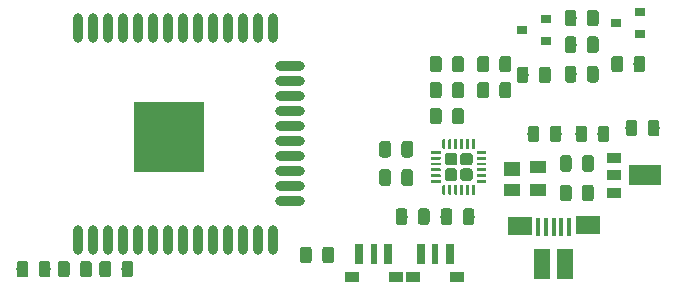
<source format=gbr>
G04 #@! TF.GenerationSoftware,KiCad,Pcbnew,5.0.2-bee76a0~70~ubuntu16.04.1*
G04 #@! TF.CreationDate,2019-08-20T13:37:51-04:00*
G04 #@! TF.ProjectId,ESP32-Zip,45535033-322d-45a6-9970-2e6b69636164,rev?*
G04 #@! TF.SameCoordinates,Original*
G04 #@! TF.FileFunction,Paste,Top*
G04 #@! TF.FilePolarity,Positive*
%FSLAX46Y46*%
G04 Gerber Fmt 4.6, Leading zero omitted, Abs format (unit mm)*
G04 Created by KiCad (PCBNEW 5.0.2-bee76a0~70~ubuntu16.04.1) date mar. 20 août 2019 13:37:51 EDT*
%MOMM*%
%LPD*%
G01*
G04 APERTURE LIST*
%ADD10R,1.430000X2.500000*%
%ADD11R,0.400000X1.650000*%
%ADD12R,2.000000X1.500000*%
%ADD13C,0.100000*%
%ADD14C,0.975000*%
%ADD15R,1.400000X1.200000*%
%ADD16R,1.400000X1.000000*%
%ADD17R,1.295400X0.889000*%
%ADD18R,2.692400X1.701800*%
%ADD19O,0.900000X2.500000*%
%ADD20O,2.500000X0.900000*%
%ADD21R,6.000000X6.000000*%
%ADD22R,0.750000X1.800000*%
%ADD23R,0.600000X1.800000*%
%ADD24R,1.300000X0.900000*%
%ADD25C,1.050000*%
%ADD26C,0.250000*%
%ADD27R,0.900000X0.800000*%
G04 APERTURE END LIST*
D10*
G04 #@! TO.C,J1*
X102000000Y-78520000D03*
X100080000Y-78520000D03*
D11*
X102340000Y-75370000D03*
X101690000Y-75370000D03*
X101040000Y-75370000D03*
X100390000Y-75370000D03*
X99740000Y-75370000D03*
D12*
X103940000Y-75250000D03*
X98190000Y-75270000D03*
G04 #@! TD*
D13*
G04 #@! TO.C,C3*
G36*
X88430142Y-73801174D02*
X88453803Y-73804684D01*
X88477007Y-73810496D01*
X88499529Y-73818554D01*
X88521153Y-73828782D01*
X88541670Y-73841079D01*
X88560883Y-73855329D01*
X88578607Y-73871393D01*
X88594671Y-73889117D01*
X88608921Y-73908330D01*
X88621218Y-73928847D01*
X88631446Y-73950471D01*
X88639504Y-73972993D01*
X88645316Y-73996197D01*
X88648826Y-74019858D01*
X88650000Y-74043750D01*
X88650000Y-74956250D01*
X88648826Y-74980142D01*
X88645316Y-75003803D01*
X88639504Y-75027007D01*
X88631446Y-75049529D01*
X88621218Y-75071153D01*
X88608921Y-75091670D01*
X88594671Y-75110883D01*
X88578607Y-75128607D01*
X88560883Y-75144671D01*
X88541670Y-75158921D01*
X88521153Y-75171218D01*
X88499529Y-75181446D01*
X88477007Y-75189504D01*
X88453803Y-75195316D01*
X88430142Y-75198826D01*
X88406250Y-75200000D01*
X87918750Y-75200000D01*
X87894858Y-75198826D01*
X87871197Y-75195316D01*
X87847993Y-75189504D01*
X87825471Y-75181446D01*
X87803847Y-75171218D01*
X87783330Y-75158921D01*
X87764117Y-75144671D01*
X87746393Y-75128607D01*
X87730329Y-75110883D01*
X87716079Y-75091670D01*
X87703782Y-75071153D01*
X87693554Y-75049529D01*
X87685496Y-75027007D01*
X87679684Y-75003803D01*
X87676174Y-74980142D01*
X87675000Y-74956250D01*
X87675000Y-74043750D01*
X87676174Y-74019858D01*
X87679684Y-73996197D01*
X87685496Y-73972993D01*
X87693554Y-73950471D01*
X87703782Y-73928847D01*
X87716079Y-73908330D01*
X87730329Y-73889117D01*
X87746393Y-73871393D01*
X87764117Y-73855329D01*
X87783330Y-73841079D01*
X87803847Y-73828782D01*
X87825471Y-73818554D01*
X87847993Y-73810496D01*
X87871197Y-73804684D01*
X87894858Y-73801174D01*
X87918750Y-73800000D01*
X88406250Y-73800000D01*
X88430142Y-73801174D01*
X88430142Y-73801174D01*
G37*
D14*
X88162500Y-74500000D03*
D13*
G36*
X90305142Y-73801174D02*
X90328803Y-73804684D01*
X90352007Y-73810496D01*
X90374529Y-73818554D01*
X90396153Y-73828782D01*
X90416670Y-73841079D01*
X90435883Y-73855329D01*
X90453607Y-73871393D01*
X90469671Y-73889117D01*
X90483921Y-73908330D01*
X90496218Y-73928847D01*
X90506446Y-73950471D01*
X90514504Y-73972993D01*
X90520316Y-73996197D01*
X90523826Y-74019858D01*
X90525000Y-74043750D01*
X90525000Y-74956250D01*
X90523826Y-74980142D01*
X90520316Y-75003803D01*
X90514504Y-75027007D01*
X90506446Y-75049529D01*
X90496218Y-75071153D01*
X90483921Y-75091670D01*
X90469671Y-75110883D01*
X90453607Y-75128607D01*
X90435883Y-75144671D01*
X90416670Y-75158921D01*
X90396153Y-75171218D01*
X90374529Y-75181446D01*
X90352007Y-75189504D01*
X90328803Y-75195316D01*
X90305142Y-75198826D01*
X90281250Y-75200000D01*
X89793750Y-75200000D01*
X89769858Y-75198826D01*
X89746197Y-75195316D01*
X89722993Y-75189504D01*
X89700471Y-75181446D01*
X89678847Y-75171218D01*
X89658330Y-75158921D01*
X89639117Y-75144671D01*
X89621393Y-75128607D01*
X89605329Y-75110883D01*
X89591079Y-75091670D01*
X89578782Y-75071153D01*
X89568554Y-75049529D01*
X89560496Y-75027007D01*
X89554684Y-75003803D01*
X89551174Y-74980142D01*
X89550000Y-74956250D01*
X89550000Y-74043750D01*
X89551174Y-74019858D01*
X89554684Y-73996197D01*
X89560496Y-73972993D01*
X89568554Y-73950471D01*
X89578782Y-73928847D01*
X89591079Y-73908330D01*
X89605329Y-73889117D01*
X89621393Y-73871393D01*
X89639117Y-73855329D01*
X89658330Y-73841079D01*
X89678847Y-73828782D01*
X89700471Y-73818554D01*
X89722993Y-73810496D01*
X89746197Y-73804684D01*
X89769858Y-73801174D01*
X89793750Y-73800000D01*
X90281250Y-73800000D01*
X90305142Y-73801174D01*
X90305142Y-73801174D01*
G37*
D14*
X90037500Y-74500000D03*
G04 #@! TD*
D13*
G04 #@! TO.C,D2*
G36*
X109767642Y-66301174D02*
X109791303Y-66304684D01*
X109814507Y-66310496D01*
X109837029Y-66318554D01*
X109858653Y-66328782D01*
X109879170Y-66341079D01*
X109898383Y-66355329D01*
X109916107Y-66371393D01*
X109932171Y-66389117D01*
X109946421Y-66408330D01*
X109958718Y-66428847D01*
X109968946Y-66450471D01*
X109977004Y-66472993D01*
X109982816Y-66496197D01*
X109986326Y-66519858D01*
X109987500Y-66543750D01*
X109987500Y-67456250D01*
X109986326Y-67480142D01*
X109982816Y-67503803D01*
X109977004Y-67527007D01*
X109968946Y-67549529D01*
X109958718Y-67571153D01*
X109946421Y-67591670D01*
X109932171Y-67610883D01*
X109916107Y-67628607D01*
X109898383Y-67644671D01*
X109879170Y-67658921D01*
X109858653Y-67671218D01*
X109837029Y-67681446D01*
X109814507Y-67689504D01*
X109791303Y-67695316D01*
X109767642Y-67698826D01*
X109743750Y-67700000D01*
X109256250Y-67700000D01*
X109232358Y-67698826D01*
X109208697Y-67695316D01*
X109185493Y-67689504D01*
X109162971Y-67681446D01*
X109141347Y-67671218D01*
X109120830Y-67658921D01*
X109101617Y-67644671D01*
X109083893Y-67628607D01*
X109067829Y-67610883D01*
X109053579Y-67591670D01*
X109041282Y-67571153D01*
X109031054Y-67549529D01*
X109022996Y-67527007D01*
X109017184Y-67503803D01*
X109013674Y-67480142D01*
X109012500Y-67456250D01*
X109012500Y-66543750D01*
X109013674Y-66519858D01*
X109017184Y-66496197D01*
X109022996Y-66472993D01*
X109031054Y-66450471D01*
X109041282Y-66428847D01*
X109053579Y-66408330D01*
X109067829Y-66389117D01*
X109083893Y-66371393D01*
X109101617Y-66355329D01*
X109120830Y-66341079D01*
X109141347Y-66328782D01*
X109162971Y-66318554D01*
X109185493Y-66310496D01*
X109208697Y-66304684D01*
X109232358Y-66301174D01*
X109256250Y-66300000D01*
X109743750Y-66300000D01*
X109767642Y-66301174D01*
X109767642Y-66301174D01*
G37*
D14*
X109500000Y-67000000D03*
D13*
G36*
X107892642Y-66301174D02*
X107916303Y-66304684D01*
X107939507Y-66310496D01*
X107962029Y-66318554D01*
X107983653Y-66328782D01*
X108004170Y-66341079D01*
X108023383Y-66355329D01*
X108041107Y-66371393D01*
X108057171Y-66389117D01*
X108071421Y-66408330D01*
X108083718Y-66428847D01*
X108093946Y-66450471D01*
X108102004Y-66472993D01*
X108107816Y-66496197D01*
X108111326Y-66519858D01*
X108112500Y-66543750D01*
X108112500Y-67456250D01*
X108111326Y-67480142D01*
X108107816Y-67503803D01*
X108102004Y-67527007D01*
X108093946Y-67549529D01*
X108083718Y-67571153D01*
X108071421Y-67591670D01*
X108057171Y-67610883D01*
X108041107Y-67628607D01*
X108023383Y-67644671D01*
X108004170Y-67658921D01*
X107983653Y-67671218D01*
X107962029Y-67681446D01*
X107939507Y-67689504D01*
X107916303Y-67695316D01*
X107892642Y-67698826D01*
X107868750Y-67700000D01*
X107381250Y-67700000D01*
X107357358Y-67698826D01*
X107333697Y-67695316D01*
X107310493Y-67689504D01*
X107287971Y-67681446D01*
X107266347Y-67671218D01*
X107245830Y-67658921D01*
X107226617Y-67644671D01*
X107208893Y-67628607D01*
X107192829Y-67610883D01*
X107178579Y-67591670D01*
X107166282Y-67571153D01*
X107156054Y-67549529D01*
X107147996Y-67527007D01*
X107142184Y-67503803D01*
X107138674Y-67480142D01*
X107137500Y-67456250D01*
X107137500Y-66543750D01*
X107138674Y-66519858D01*
X107142184Y-66496197D01*
X107147996Y-66472993D01*
X107156054Y-66450471D01*
X107166282Y-66428847D01*
X107178579Y-66408330D01*
X107192829Y-66389117D01*
X107208893Y-66371393D01*
X107226617Y-66355329D01*
X107245830Y-66341079D01*
X107266347Y-66328782D01*
X107287971Y-66318554D01*
X107310493Y-66310496D01*
X107333697Y-66304684D01*
X107357358Y-66301174D01*
X107381250Y-66300000D01*
X107868750Y-66300000D01*
X107892642Y-66301174D01*
X107892642Y-66301174D01*
G37*
D14*
X107625000Y-67000000D03*
G04 #@! TD*
D15*
G04 #@! TO.C,D1*
X97500000Y-70500000D03*
D16*
X97500000Y-72220000D03*
X99700000Y-72220000D03*
X99700000Y-70320000D03*
G04 #@! TD*
D17*
G04 #@! TO.C,U1*
X106145800Y-69500000D03*
X106145800Y-71000000D03*
X106145800Y-72500000D03*
D18*
X108749300Y-71000000D03*
G04 #@! TD*
D19*
G04 #@! TO.C,U3*
X60750000Y-58500000D03*
X62020000Y-58500000D03*
X63290000Y-58500000D03*
X64560000Y-58500000D03*
X65830000Y-58500000D03*
X67100000Y-58500000D03*
X68370000Y-58500000D03*
X69640000Y-58500000D03*
X70910000Y-58500000D03*
X72180000Y-58500000D03*
X73450000Y-58500000D03*
X74720000Y-58500000D03*
X75990000Y-58500000D03*
X77260000Y-58500000D03*
D20*
X78750000Y-61785000D03*
X78750000Y-63055000D03*
X78750000Y-64325000D03*
X78750000Y-65595000D03*
X78750000Y-66865000D03*
X78750000Y-68135000D03*
X78750000Y-69405000D03*
X78750000Y-70675000D03*
X78750000Y-71945000D03*
X78750000Y-73215000D03*
D19*
X77260000Y-76500000D03*
X75990000Y-76500000D03*
X74720000Y-76500000D03*
X73450000Y-76500000D03*
X72180000Y-76500000D03*
X70910000Y-76500000D03*
X69640000Y-76500000D03*
X68370000Y-76500000D03*
X67100000Y-76500000D03*
X65830000Y-76500000D03*
X64560000Y-76500000D03*
X63290000Y-76500000D03*
X62020000Y-76500000D03*
X60750000Y-76500000D03*
D21*
X68450000Y-67800000D03*
G04 #@! TD*
D22*
G04 #@! TO.C,SW2*
X89775000Y-77650000D03*
D23*
X91000000Y-77650000D03*
D22*
X92225000Y-77650000D03*
D24*
X92850000Y-79600000D03*
X89150000Y-79600000D03*
G04 #@! TD*
G04 #@! TO.C,SW1*
X83950000Y-79600000D03*
X87650000Y-79600000D03*
D22*
X87025000Y-77650000D03*
D23*
X85800000Y-77650000D03*
D22*
X84575000Y-77650000D03*
G04 #@! TD*
D13*
G04 #@! TO.C,C10*
G36*
X58205142Y-78251174D02*
X58228803Y-78254684D01*
X58252007Y-78260496D01*
X58274529Y-78268554D01*
X58296153Y-78278782D01*
X58316670Y-78291079D01*
X58335883Y-78305329D01*
X58353607Y-78321393D01*
X58369671Y-78339117D01*
X58383921Y-78358330D01*
X58396218Y-78378847D01*
X58406446Y-78400471D01*
X58414504Y-78422993D01*
X58420316Y-78446197D01*
X58423826Y-78469858D01*
X58425000Y-78493750D01*
X58425000Y-79406250D01*
X58423826Y-79430142D01*
X58420316Y-79453803D01*
X58414504Y-79477007D01*
X58406446Y-79499529D01*
X58396218Y-79521153D01*
X58383921Y-79541670D01*
X58369671Y-79560883D01*
X58353607Y-79578607D01*
X58335883Y-79594671D01*
X58316670Y-79608921D01*
X58296153Y-79621218D01*
X58274529Y-79631446D01*
X58252007Y-79639504D01*
X58228803Y-79645316D01*
X58205142Y-79648826D01*
X58181250Y-79650000D01*
X57693750Y-79650000D01*
X57669858Y-79648826D01*
X57646197Y-79645316D01*
X57622993Y-79639504D01*
X57600471Y-79631446D01*
X57578847Y-79621218D01*
X57558330Y-79608921D01*
X57539117Y-79594671D01*
X57521393Y-79578607D01*
X57505329Y-79560883D01*
X57491079Y-79541670D01*
X57478782Y-79521153D01*
X57468554Y-79499529D01*
X57460496Y-79477007D01*
X57454684Y-79453803D01*
X57451174Y-79430142D01*
X57450000Y-79406250D01*
X57450000Y-78493750D01*
X57451174Y-78469858D01*
X57454684Y-78446197D01*
X57460496Y-78422993D01*
X57468554Y-78400471D01*
X57478782Y-78378847D01*
X57491079Y-78358330D01*
X57505329Y-78339117D01*
X57521393Y-78321393D01*
X57539117Y-78305329D01*
X57558330Y-78291079D01*
X57578847Y-78278782D01*
X57600471Y-78268554D01*
X57622993Y-78260496D01*
X57646197Y-78254684D01*
X57669858Y-78251174D01*
X57693750Y-78250000D01*
X58181250Y-78250000D01*
X58205142Y-78251174D01*
X58205142Y-78251174D01*
G37*
D14*
X57937500Y-78950000D03*
D13*
G36*
X56330142Y-78251174D02*
X56353803Y-78254684D01*
X56377007Y-78260496D01*
X56399529Y-78268554D01*
X56421153Y-78278782D01*
X56441670Y-78291079D01*
X56460883Y-78305329D01*
X56478607Y-78321393D01*
X56494671Y-78339117D01*
X56508921Y-78358330D01*
X56521218Y-78378847D01*
X56531446Y-78400471D01*
X56539504Y-78422993D01*
X56545316Y-78446197D01*
X56548826Y-78469858D01*
X56550000Y-78493750D01*
X56550000Y-79406250D01*
X56548826Y-79430142D01*
X56545316Y-79453803D01*
X56539504Y-79477007D01*
X56531446Y-79499529D01*
X56521218Y-79521153D01*
X56508921Y-79541670D01*
X56494671Y-79560883D01*
X56478607Y-79578607D01*
X56460883Y-79594671D01*
X56441670Y-79608921D01*
X56421153Y-79621218D01*
X56399529Y-79631446D01*
X56377007Y-79639504D01*
X56353803Y-79645316D01*
X56330142Y-79648826D01*
X56306250Y-79650000D01*
X55818750Y-79650000D01*
X55794858Y-79648826D01*
X55771197Y-79645316D01*
X55747993Y-79639504D01*
X55725471Y-79631446D01*
X55703847Y-79621218D01*
X55683330Y-79608921D01*
X55664117Y-79594671D01*
X55646393Y-79578607D01*
X55630329Y-79560883D01*
X55616079Y-79541670D01*
X55603782Y-79521153D01*
X55593554Y-79499529D01*
X55585496Y-79477007D01*
X55579684Y-79453803D01*
X55576174Y-79430142D01*
X55575000Y-79406250D01*
X55575000Y-78493750D01*
X55576174Y-78469858D01*
X55579684Y-78446197D01*
X55585496Y-78422993D01*
X55593554Y-78400471D01*
X55603782Y-78378847D01*
X55616079Y-78358330D01*
X55630329Y-78339117D01*
X55646393Y-78321393D01*
X55664117Y-78305329D01*
X55683330Y-78291079D01*
X55703847Y-78278782D01*
X55725471Y-78268554D01*
X55747993Y-78260496D01*
X55771197Y-78254684D01*
X55794858Y-78251174D01*
X55818750Y-78250000D01*
X56306250Y-78250000D01*
X56330142Y-78251174D01*
X56330142Y-78251174D01*
G37*
D14*
X56062500Y-78950000D03*
G04 #@! TD*
D13*
G04 #@! TO.C,C9*
G36*
X61705142Y-78251174D02*
X61728803Y-78254684D01*
X61752007Y-78260496D01*
X61774529Y-78268554D01*
X61796153Y-78278782D01*
X61816670Y-78291079D01*
X61835883Y-78305329D01*
X61853607Y-78321393D01*
X61869671Y-78339117D01*
X61883921Y-78358330D01*
X61896218Y-78378847D01*
X61906446Y-78400471D01*
X61914504Y-78422993D01*
X61920316Y-78446197D01*
X61923826Y-78469858D01*
X61925000Y-78493750D01*
X61925000Y-79406250D01*
X61923826Y-79430142D01*
X61920316Y-79453803D01*
X61914504Y-79477007D01*
X61906446Y-79499529D01*
X61896218Y-79521153D01*
X61883921Y-79541670D01*
X61869671Y-79560883D01*
X61853607Y-79578607D01*
X61835883Y-79594671D01*
X61816670Y-79608921D01*
X61796153Y-79621218D01*
X61774529Y-79631446D01*
X61752007Y-79639504D01*
X61728803Y-79645316D01*
X61705142Y-79648826D01*
X61681250Y-79650000D01*
X61193750Y-79650000D01*
X61169858Y-79648826D01*
X61146197Y-79645316D01*
X61122993Y-79639504D01*
X61100471Y-79631446D01*
X61078847Y-79621218D01*
X61058330Y-79608921D01*
X61039117Y-79594671D01*
X61021393Y-79578607D01*
X61005329Y-79560883D01*
X60991079Y-79541670D01*
X60978782Y-79521153D01*
X60968554Y-79499529D01*
X60960496Y-79477007D01*
X60954684Y-79453803D01*
X60951174Y-79430142D01*
X60950000Y-79406250D01*
X60950000Y-78493750D01*
X60951174Y-78469858D01*
X60954684Y-78446197D01*
X60960496Y-78422993D01*
X60968554Y-78400471D01*
X60978782Y-78378847D01*
X60991079Y-78358330D01*
X61005329Y-78339117D01*
X61021393Y-78321393D01*
X61039117Y-78305329D01*
X61058330Y-78291079D01*
X61078847Y-78278782D01*
X61100471Y-78268554D01*
X61122993Y-78260496D01*
X61146197Y-78254684D01*
X61169858Y-78251174D01*
X61193750Y-78250000D01*
X61681250Y-78250000D01*
X61705142Y-78251174D01*
X61705142Y-78251174D01*
G37*
D14*
X61437500Y-78950000D03*
D13*
G36*
X59830142Y-78251174D02*
X59853803Y-78254684D01*
X59877007Y-78260496D01*
X59899529Y-78268554D01*
X59921153Y-78278782D01*
X59941670Y-78291079D01*
X59960883Y-78305329D01*
X59978607Y-78321393D01*
X59994671Y-78339117D01*
X60008921Y-78358330D01*
X60021218Y-78378847D01*
X60031446Y-78400471D01*
X60039504Y-78422993D01*
X60045316Y-78446197D01*
X60048826Y-78469858D01*
X60050000Y-78493750D01*
X60050000Y-79406250D01*
X60048826Y-79430142D01*
X60045316Y-79453803D01*
X60039504Y-79477007D01*
X60031446Y-79499529D01*
X60021218Y-79521153D01*
X60008921Y-79541670D01*
X59994671Y-79560883D01*
X59978607Y-79578607D01*
X59960883Y-79594671D01*
X59941670Y-79608921D01*
X59921153Y-79621218D01*
X59899529Y-79631446D01*
X59877007Y-79639504D01*
X59853803Y-79645316D01*
X59830142Y-79648826D01*
X59806250Y-79650000D01*
X59318750Y-79650000D01*
X59294858Y-79648826D01*
X59271197Y-79645316D01*
X59247993Y-79639504D01*
X59225471Y-79631446D01*
X59203847Y-79621218D01*
X59183330Y-79608921D01*
X59164117Y-79594671D01*
X59146393Y-79578607D01*
X59130329Y-79560883D01*
X59116079Y-79541670D01*
X59103782Y-79521153D01*
X59093554Y-79499529D01*
X59085496Y-79477007D01*
X59079684Y-79453803D01*
X59076174Y-79430142D01*
X59075000Y-79406250D01*
X59075000Y-78493750D01*
X59076174Y-78469858D01*
X59079684Y-78446197D01*
X59085496Y-78422993D01*
X59093554Y-78400471D01*
X59103782Y-78378847D01*
X59116079Y-78358330D01*
X59130329Y-78339117D01*
X59146393Y-78321393D01*
X59164117Y-78305329D01*
X59183330Y-78291079D01*
X59203847Y-78278782D01*
X59225471Y-78268554D01*
X59247993Y-78260496D01*
X59271197Y-78254684D01*
X59294858Y-78251174D01*
X59318750Y-78250000D01*
X59806250Y-78250000D01*
X59830142Y-78251174D01*
X59830142Y-78251174D01*
G37*
D14*
X59562500Y-78950000D03*
G04 #@! TD*
D13*
G04 #@! TO.C,C8*
G36*
X65205142Y-78251174D02*
X65228803Y-78254684D01*
X65252007Y-78260496D01*
X65274529Y-78268554D01*
X65296153Y-78278782D01*
X65316670Y-78291079D01*
X65335883Y-78305329D01*
X65353607Y-78321393D01*
X65369671Y-78339117D01*
X65383921Y-78358330D01*
X65396218Y-78378847D01*
X65406446Y-78400471D01*
X65414504Y-78422993D01*
X65420316Y-78446197D01*
X65423826Y-78469858D01*
X65425000Y-78493750D01*
X65425000Y-79406250D01*
X65423826Y-79430142D01*
X65420316Y-79453803D01*
X65414504Y-79477007D01*
X65406446Y-79499529D01*
X65396218Y-79521153D01*
X65383921Y-79541670D01*
X65369671Y-79560883D01*
X65353607Y-79578607D01*
X65335883Y-79594671D01*
X65316670Y-79608921D01*
X65296153Y-79621218D01*
X65274529Y-79631446D01*
X65252007Y-79639504D01*
X65228803Y-79645316D01*
X65205142Y-79648826D01*
X65181250Y-79650000D01*
X64693750Y-79650000D01*
X64669858Y-79648826D01*
X64646197Y-79645316D01*
X64622993Y-79639504D01*
X64600471Y-79631446D01*
X64578847Y-79621218D01*
X64558330Y-79608921D01*
X64539117Y-79594671D01*
X64521393Y-79578607D01*
X64505329Y-79560883D01*
X64491079Y-79541670D01*
X64478782Y-79521153D01*
X64468554Y-79499529D01*
X64460496Y-79477007D01*
X64454684Y-79453803D01*
X64451174Y-79430142D01*
X64450000Y-79406250D01*
X64450000Y-78493750D01*
X64451174Y-78469858D01*
X64454684Y-78446197D01*
X64460496Y-78422993D01*
X64468554Y-78400471D01*
X64478782Y-78378847D01*
X64491079Y-78358330D01*
X64505329Y-78339117D01*
X64521393Y-78321393D01*
X64539117Y-78305329D01*
X64558330Y-78291079D01*
X64578847Y-78278782D01*
X64600471Y-78268554D01*
X64622993Y-78260496D01*
X64646197Y-78254684D01*
X64669858Y-78251174D01*
X64693750Y-78250000D01*
X65181250Y-78250000D01*
X65205142Y-78251174D01*
X65205142Y-78251174D01*
G37*
D14*
X64937500Y-78950000D03*
D13*
G36*
X63330142Y-78251174D02*
X63353803Y-78254684D01*
X63377007Y-78260496D01*
X63399529Y-78268554D01*
X63421153Y-78278782D01*
X63441670Y-78291079D01*
X63460883Y-78305329D01*
X63478607Y-78321393D01*
X63494671Y-78339117D01*
X63508921Y-78358330D01*
X63521218Y-78378847D01*
X63531446Y-78400471D01*
X63539504Y-78422993D01*
X63545316Y-78446197D01*
X63548826Y-78469858D01*
X63550000Y-78493750D01*
X63550000Y-79406250D01*
X63548826Y-79430142D01*
X63545316Y-79453803D01*
X63539504Y-79477007D01*
X63531446Y-79499529D01*
X63521218Y-79521153D01*
X63508921Y-79541670D01*
X63494671Y-79560883D01*
X63478607Y-79578607D01*
X63460883Y-79594671D01*
X63441670Y-79608921D01*
X63421153Y-79621218D01*
X63399529Y-79631446D01*
X63377007Y-79639504D01*
X63353803Y-79645316D01*
X63330142Y-79648826D01*
X63306250Y-79650000D01*
X62818750Y-79650000D01*
X62794858Y-79648826D01*
X62771197Y-79645316D01*
X62747993Y-79639504D01*
X62725471Y-79631446D01*
X62703847Y-79621218D01*
X62683330Y-79608921D01*
X62664117Y-79594671D01*
X62646393Y-79578607D01*
X62630329Y-79560883D01*
X62616079Y-79541670D01*
X62603782Y-79521153D01*
X62593554Y-79499529D01*
X62585496Y-79477007D01*
X62579684Y-79453803D01*
X62576174Y-79430142D01*
X62575000Y-79406250D01*
X62575000Y-78493750D01*
X62576174Y-78469858D01*
X62579684Y-78446197D01*
X62585496Y-78422993D01*
X62593554Y-78400471D01*
X62603782Y-78378847D01*
X62616079Y-78358330D01*
X62630329Y-78339117D01*
X62646393Y-78321393D01*
X62664117Y-78305329D01*
X62683330Y-78291079D01*
X62703847Y-78278782D01*
X62725471Y-78268554D01*
X62747993Y-78260496D01*
X62771197Y-78254684D01*
X62794858Y-78251174D01*
X62818750Y-78250000D01*
X63306250Y-78250000D01*
X63330142Y-78251174D01*
X63330142Y-78251174D01*
G37*
D14*
X63062500Y-78950000D03*
G04 #@! TD*
D13*
G04 #@! TO.C,C6*
G36*
X104205142Y-71801174D02*
X104228803Y-71804684D01*
X104252007Y-71810496D01*
X104274529Y-71818554D01*
X104296153Y-71828782D01*
X104316670Y-71841079D01*
X104335883Y-71855329D01*
X104353607Y-71871393D01*
X104369671Y-71889117D01*
X104383921Y-71908330D01*
X104396218Y-71928847D01*
X104406446Y-71950471D01*
X104414504Y-71972993D01*
X104420316Y-71996197D01*
X104423826Y-72019858D01*
X104425000Y-72043750D01*
X104425000Y-72956250D01*
X104423826Y-72980142D01*
X104420316Y-73003803D01*
X104414504Y-73027007D01*
X104406446Y-73049529D01*
X104396218Y-73071153D01*
X104383921Y-73091670D01*
X104369671Y-73110883D01*
X104353607Y-73128607D01*
X104335883Y-73144671D01*
X104316670Y-73158921D01*
X104296153Y-73171218D01*
X104274529Y-73181446D01*
X104252007Y-73189504D01*
X104228803Y-73195316D01*
X104205142Y-73198826D01*
X104181250Y-73200000D01*
X103693750Y-73200000D01*
X103669858Y-73198826D01*
X103646197Y-73195316D01*
X103622993Y-73189504D01*
X103600471Y-73181446D01*
X103578847Y-73171218D01*
X103558330Y-73158921D01*
X103539117Y-73144671D01*
X103521393Y-73128607D01*
X103505329Y-73110883D01*
X103491079Y-73091670D01*
X103478782Y-73071153D01*
X103468554Y-73049529D01*
X103460496Y-73027007D01*
X103454684Y-73003803D01*
X103451174Y-72980142D01*
X103450000Y-72956250D01*
X103450000Y-72043750D01*
X103451174Y-72019858D01*
X103454684Y-71996197D01*
X103460496Y-71972993D01*
X103468554Y-71950471D01*
X103478782Y-71928847D01*
X103491079Y-71908330D01*
X103505329Y-71889117D01*
X103521393Y-71871393D01*
X103539117Y-71855329D01*
X103558330Y-71841079D01*
X103578847Y-71828782D01*
X103600471Y-71818554D01*
X103622993Y-71810496D01*
X103646197Y-71804684D01*
X103669858Y-71801174D01*
X103693750Y-71800000D01*
X104181250Y-71800000D01*
X104205142Y-71801174D01*
X104205142Y-71801174D01*
G37*
D14*
X103937500Y-72500000D03*
D13*
G36*
X102330142Y-71801174D02*
X102353803Y-71804684D01*
X102377007Y-71810496D01*
X102399529Y-71818554D01*
X102421153Y-71828782D01*
X102441670Y-71841079D01*
X102460883Y-71855329D01*
X102478607Y-71871393D01*
X102494671Y-71889117D01*
X102508921Y-71908330D01*
X102521218Y-71928847D01*
X102531446Y-71950471D01*
X102539504Y-71972993D01*
X102545316Y-71996197D01*
X102548826Y-72019858D01*
X102550000Y-72043750D01*
X102550000Y-72956250D01*
X102548826Y-72980142D01*
X102545316Y-73003803D01*
X102539504Y-73027007D01*
X102531446Y-73049529D01*
X102521218Y-73071153D01*
X102508921Y-73091670D01*
X102494671Y-73110883D01*
X102478607Y-73128607D01*
X102460883Y-73144671D01*
X102441670Y-73158921D01*
X102421153Y-73171218D01*
X102399529Y-73181446D01*
X102377007Y-73189504D01*
X102353803Y-73195316D01*
X102330142Y-73198826D01*
X102306250Y-73200000D01*
X101818750Y-73200000D01*
X101794858Y-73198826D01*
X101771197Y-73195316D01*
X101747993Y-73189504D01*
X101725471Y-73181446D01*
X101703847Y-73171218D01*
X101683330Y-73158921D01*
X101664117Y-73144671D01*
X101646393Y-73128607D01*
X101630329Y-73110883D01*
X101616079Y-73091670D01*
X101603782Y-73071153D01*
X101593554Y-73049529D01*
X101585496Y-73027007D01*
X101579684Y-73003803D01*
X101576174Y-72980142D01*
X101575000Y-72956250D01*
X101575000Y-72043750D01*
X101576174Y-72019858D01*
X101579684Y-71996197D01*
X101585496Y-71972993D01*
X101593554Y-71950471D01*
X101603782Y-71928847D01*
X101616079Y-71908330D01*
X101630329Y-71889117D01*
X101646393Y-71871393D01*
X101664117Y-71855329D01*
X101683330Y-71841079D01*
X101703847Y-71828782D01*
X101725471Y-71818554D01*
X101747993Y-71810496D01*
X101771197Y-71804684D01*
X101794858Y-71801174D01*
X101818750Y-71800000D01*
X102306250Y-71800000D01*
X102330142Y-71801174D01*
X102330142Y-71801174D01*
G37*
D14*
X102062500Y-72500000D03*
G04 #@! TD*
D13*
G04 #@! TO.C,C5*
G36*
X102330142Y-69301174D02*
X102353803Y-69304684D01*
X102377007Y-69310496D01*
X102399529Y-69318554D01*
X102421153Y-69328782D01*
X102441670Y-69341079D01*
X102460883Y-69355329D01*
X102478607Y-69371393D01*
X102494671Y-69389117D01*
X102508921Y-69408330D01*
X102521218Y-69428847D01*
X102531446Y-69450471D01*
X102539504Y-69472993D01*
X102545316Y-69496197D01*
X102548826Y-69519858D01*
X102550000Y-69543750D01*
X102550000Y-70456250D01*
X102548826Y-70480142D01*
X102545316Y-70503803D01*
X102539504Y-70527007D01*
X102531446Y-70549529D01*
X102521218Y-70571153D01*
X102508921Y-70591670D01*
X102494671Y-70610883D01*
X102478607Y-70628607D01*
X102460883Y-70644671D01*
X102441670Y-70658921D01*
X102421153Y-70671218D01*
X102399529Y-70681446D01*
X102377007Y-70689504D01*
X102353803Y-70695316D01*
X102330142Y-70698826D01*
X102306250Y-70700000D01*
X101818750Y-70700000D01*
X101794858Y-70698826D01*
X101771197Y-70695316D01*
X101747993Y-70689504D01*
X101725471Y-70681446D01*
X101703847Y-70671218D01*
X101683330Y-70658921D01*
X101664117Y-70644671D01*
X101646393Y-70628607D01*
X101630329Y-70610883D01*
X101616079Y-70591670D01*
X101603782Y-70571153D01*
X101593554Y-70549529D01*
X101585496Y-70527007D01*
X101579684Y-70503803D01*
X101576174Y-70480142D01*
X101575000Y-70456250D01*
X101575000Y-69543750D01*
X101576174Y-69519858D01*
X101579684Y-69496197D01*
X101585496Y-69472993D01*
X101593554Y-69450471D01*
X101603782Y-69428847D01*
X101616079Y-69408330D01*
X101630329Y-69389117D01*
X101646393Y-69371393D01*
X101664117Y-69355329D01*
X101683330Y-69341079D01*
X101703847Y-69328782D01*
X101725471Y-69318554D01*
X101747993Y-69310496D01*
X101771197Y-69304684D01*
X101794858Y-69301174D01*
X101818750Y-69300000D01*
X102306250Y-69300000D01*
X102330142Y-69301174D01*
X102330142Y-69301174D01*
G37*
D14*
X102062500Y-70000000D03*
D13*
G36*
X104205142Y-69301174D02*
X104228803Y-69304684D01*
X104252007Y-69310496D01*
X104274529Y-69318554D01*
X104296153Y-69328782D01*
X104316670Y-69341079D01*
X104335883Y-69355329D01*
X104353607Y-69371393D01*
X104369671Y-69389117D01*
X104383921Y-69408330D01*
X104396218Y-69428847D01*
X104406446Y-69450471D01*
X104414504Y-69472993D01*
X104420316Y-69496197D01*
X104423826Y-69519858D01*
X104425000Y-69543750D01*
X104425000Y-70456250D01*
X104423826Y-70480142D01*
X104420316Y-70503803D01*
X104414504Y-70527007D01*
X104406446Y-70549529D01*
X104396218Y-70571153D01*
X104383921Y-70591670D01*
X104369671Y-70610883D01*
X104353607Y-70628607D01*
X104335883Y-70644671D01*
X104316670Y-70658921D01*
X104296153Y-70671218D01*
X104274529Y-70681446D01*
X104252007Y-70689504D01*
X104228803Y-70695316D01*
X104205142Y-70698826D01*
X104181250Y-70700000D01*
X103693750Y-70700000D01*
X103669858Y-70698826D01*
X103646197Y-70695316D01*
X103622993Y-70689504D01*
X103600471Y-70681446D01*
X103578847Y-70671218D01*
X103558330Y-70658921D01*
X103539117Y-70644671D01*
X103521393Y-70628607D01*
X103505329Y-70610883D01*
X103491079Y-70591670D01*
X103478782Y-70571153D01*
X103468554Y-70549529D01*
X103460496Y-70527007D01*
X103454684Y-70503803D01*
X103451174Y-70480142D01*
X103450000Y-70456250D01*
X103450000Y-69543750D01*
X103451174Y-69519858D01*
X103454684Y-69496197D01*
X103460496Y-69472993D01*
X103468554Y-69450471D01*
X103478782Y-69428847D01*
X103491079Y-69408330D01*
X103505329Y-69389117D01*
X103521393Y-69371393D01*
X103539117Y-69355329D01*
X103558330Y-69341079D01*
X103578847Y-69328782D01*
X103600471Y-69318554D01*
X103622993Y-69310496D01*
X103646197Y-69304684D01*
X103669858Y-69301174D01*
X103693750Y-69300000D01*
X104181250Y-69300000D01*
X104205142Y-69301174D01*
X104205142Y-69301174D01*
G37*
D14*
X103937500Y-70000000D03*
G04 #@! TD*
D13*
G04 #@! TO.C,C4*
G36*
X94105142Y-73801174D02*
X94128803Y-73804684D01*
X94152007Y-73810496D01*
X94174529Y-73818554D01*
X94196153Y-73828782D01*
X94216670Y-73841079D01*
X94235883Y-73855329D01*
X94253607Y-73871393D01*
X94269671Y-73889117D01*
X94283921Y-73908330D01*
X94296218Y-73928847D01*
X94306446Y-73950471D01*
X94314504Y-73972993D01*
X94320316Y-73996197D01*
X94323826Y-74019858D01*
X94325000Y-74043750D01*
X94325000Y-74956250D01*
X94323826Y-74980142D01*
X94320316Y-75003803D01*
X94314504Y-75027007D01*
X94306446Y-75049529D01*
X94296218Y-75071153D01*
X94283921Y-75091670D01*
X94269671Y-75110883D01*
X94253607Y-75128607D01*
X94235883Y-75144671D01*
X94216670Y-75158921D01*
X94196153Y-75171218D01*
X94174529Y-75181446D01*
X94152007Y-75189504D01*
X94128803Y-75195316D01*
X94105142Y-75198826D01*
X94081250Y-75200000D01*
X93593750Y-75200000D01*
X93569858Y-75198826D01*
X93546197Y-75195316D01*
X93522993Y-75189504D01*
X93500471Y-75181446D01*
X93478847Y-75171218D01*
X93458330Y-75158921D01*
X93439117Y-75144671D01*
X93421393Y-75128607D01*
X93405329Y-75110883D01*
X93391079Y-75091670D01*
X93378782Y-75071153D01*
X93368554Y-75049529D01*
X93360496Y-75027007D01*
X93354684Y-75003803D01*
X93351174Y-74980142D01*
X93350000Y-74956250D01*
X93350000Y-74043750D01*
X93351174Y-74019858D01*
X93354684Y-73996197D01*
X93360496Y-73972993D01*
X93368554Y-73950471D01*
X93378782Y-73928847D01*
X93391079Y-73908330D01*
X93405329Y-73889117D01*
X93421393Y-73871393D01*
X93439117Y-73855329D01*
X93458330Y-73841079D01*
X93478847Y-73828782D01*
X93500471Y-73818554D01*
X93522993Y-73810496D01*
X93546197Y-73804684D01*
X93569858Y-73801174D01*
X93593750Y-73800000D01*
X94081250Y-73800000D01*
X94105142Y-73801174D01*
X94105142Y-73801174D01*
G37*
D14*
X93837500Y-74500000D03*
D13*
G36*
X92230142Y-73801174D02*
X92253803Y-73804684D01*
X92277007Y-73810496D01*
X92299529Y-73818554D01*
X92321153Y-73828782D01*
X92341670Y-73841079D01*
X92360883Y-73855329D01*
X92378607Y-73871393D01*
X92394671Y-73889117D01*
X92408921Y-73908330D01*
X92421218Y-73928847D01*
X92431446Y-73950471D01*
X92439504Y-73972993D01*
X92445316Y-73996197D01*
X92448826Y-74019858D01*
X92450000Y-74043750D01*
X92450000Y-74956250D01*
X92448826Y-74980142D01*
X92445316Y-75003803D01*
X92439504Y-75027007D01*
X92431446Y-75049529D01*
X92421218Y-75071153D01*
X92408921Y-75091670D01*
X92394671Y-75110883D01*
X92378607Y-75128607D01*
X92360883Y-75144671D01*
X92341670Y-75158921D01*
X92321153Y-75171218D01*
X92299529Y-75181446D01*
X92277007Y-75189504D01*
X92253803Y-75195316D01*
X92230142Y-75198826D01*
X92206250Y-75200000D01*
X91718750Y-75200000D01*
X91694858Y-75198826D01*
X91671197Y-75195316D01*
X91647993Y-75189504D01*
X91625471Y-75181446D01*
X91603847Y-75171218D01*
X91583330Y-75158921D01*
X91564117Y-75144671D01*
X91546393Y-75128607D01*
X91530329Y-75110883D01*
X91516079Y-75091670D01*
X91503782Y-75071153D01*
X91493554Y-75049529D01*
X91485496Y-75027007D01*
X91479684Y-75003803D01*
X91476174Y-74980142D01*
X91475000Y-74956250D01*
X91475000Y-74043750D01*
X91476174Y-74019858D01*
X91479684Y-73996197D01*
X91485496Y-73972993D01*
X91493554Y-73950471D01*
X91503782Y-73928847D01*
X91516079Y-73908330D01*
X91530329Y-73889117D01*
X91546393Y-73871393D01*
X91564117Y-73855329D01*
X91583330Y-73841079D01*
X91603847Y-73828782D01*
X91625471Y-73818554D01*
X91647993Y-73810496D01*
X91671197Y-73804684D01*
X91694858Y-73801174D01*
X91718750Y-73800000D01*
X92206250Y-73800000D01*
X92230142Y-73801174D01*
X92230142Y-73801174D01*
G37*
D14*
X91962500Y-74500000D03*
G04 #@! TD*
D13*
G04 #@! TO.C,C1*
G36*
X82205142Y-77051174D02*
X82228803Y-77054684D01*
X82252007Y-77060496D01*
X82274529Y-77068554D01*
X82296153Y-77078782D01*
X82316670Y-77091079D01*
X82335883Y-77105329D01*
X82353607Y-77121393D01*
X82369671Y-77139117D01*
X82383921Y-77158330D01*
X82396218Y-77178847D01*
X82406446Y-77200471D01*
X82414504Y-77222993D01*
X82420316Y-77246197D01*
X82423826Y-77269858D01*
X82425000Y-77293750D01*
X82425000Y-78206250D01*
X82423826Y-78230142D01*
X82420316Y-78253803D01*
X82414504Y-78277007D01*
X82406446Y-78299529D01*
X82396218Y-78321153D01*
X82383921Y-78341670D01*
X82369671Y-78360883D01*
X82353607Y-78378607D01*
X82335883Y-78394671D01*
X82316670Y-78408921D01*
X82296153Y-78421218D01*
X82274529Y-78431446D01*
X82252007Y-78439504D01*
X82228803Y-78445316D01*
X82205142Y-78448826D01*
X82181250Y-78450000D01*
X81693750Y-78450000D01*
X81669858Y-78448826D01*
X81646197Y-78445316D01*
X81622993Y-78439504D01*
X81600471Y-78431446D01*
X81578847Y-78421218D01*
X81558330Y-78408921D01*
X81539117Y-78394671D01*
X81521393Y-78378607D01*
X81505329Y-78360883D01*
X81491079Y-78341670D01*
X81478782Y-78321153D01*
X81468554Y-78299529D01*
X81460496Y-78277007D01*
X81454684Y-78253803D01*
X81451174Y-78230142D01*
X81450000Y-78206250D01*
X81450000Y-77293750D01*
X81451174Y-77269858D01*
X81454684Y-77246197D01*
X81460496Y-77222993D01*
X81468554Y-77200471D01*
X81478782Y-77178847D01*
X81491079Y-77158330D01*
X81505329Y-77139117D01*
X81521393Y-77121393D01*
X81539117Y-77105329D01*
X81558330Y-77091079D01*
X81578847Y-77078782D01*
X81600471Y-77068554D01*
X81622993Y-77060496D01*
X81646197Y-77054684D01*
X81669858Y-77051174D01*
X81693750Y-77050000D01*
X82181250Y-77050000D01*
X82205142Y-77051174D01*
X82205142Y-77051174D01*
G37*
D14*
X81937500Y-77750000D03*
D13*
G36*
X80330142Y-77051174D02*
X80353803Y-77054684D01*
X80377007Y-77060496D01*
X80399529Y-77068554D01*
X80421153Y-77078782D01*
X80441670Y-77091079D01*
X80460883Y-77105329D01*
X80478607Y-77121393D01*
X80494671Y-77139117D01*
X80508921Y-77158330D01*
X80521218Y-77178847D01*
X80531446Y-77200471D01*
X80539504Y-77222993D01*
X80545316Y-77246197D01*
X80548826Y-77269858D01*
X80550000Y-77293750D01*
X80550000Y-78206250D01*
X80548826Y-78230142D01*
X80545316Y-78253803D01*
X80539504Y-78277007D01*
X80531446Y-78299529D01*
X80521218Y-78321153D01*
X80508921Y-78341670D01*
X80494671Y-78360883D01*
X80478607Y-78378607D01*
X80460883Y-78394671D01*
X80441670Y-78408921D01*
X80421153Y-78421218D01*
X80399529Y-78431446D01*
X80377007Y-78439504D01*
X80353803Y-78445316D01*
X80330142Y-78448826D01*
X80306250Y-78450000D01*
X79818750Y-78450000D01*
X79794858Y-78448826D01*
X79771197Y-78445316D01*
X79747993Y-78439504D01*
X79725471Y-78431446D01*
X79703847Y-78421218D01*
X79683330Y-78408921D01*
X79664117Y-78394671D01*
X79646393Y-78378607D01*
X79630329Y-78360883D01*
X79616079Y-78341670D01*
X79603782Y-78321153D01*
X79593554Y-78299529D01*
X79585496Y-78277007D01*
X79579684Y-78253803D01*
X79576174Y-78230142D01*
X79575000Y-78206250D01*
X79575000Y-77293750D01*
X79576174Y-77269858D01*
X79579684Y-77246197D01*
X79585496Y-77222993D01*
X79593554Y-77200471D01*
X79603782Y-77178847D01*
X79616079Y-77158330D01*
X79630329Y-77139117D01*
X79646393Y-77121393D01*
X79664117Y-77105329D01*
X79683330Y-77091079D01*
X79703847Y-77078782D01*
X79725471Y-77068554D01*
X79747993Y-77060496D01*
X79771197Y-77054684D01*
X79794858Y-77051174D01*
X79818750Y-77050000D01*
X80306250Y-77050000D01*
X80330142Y-77051174D01*
X80330142Y-77051174D01*
G37*
D14*
X80062500Y-77750000D03*
G04 #@! TD*
D13*
G04 #@! TO.C,C7*
G36*
X106680142Y-60901174D02*
X106703803Y-60904684D01*
X106727007Y-60910496D01*
X106749529Y-60918554D01*
X106771153Y-60928782D01*
X106791670Y-60941079D01*
X106810883Y-60955329D01*
X106828607Y-60971393D01*
X106844671Y-60989117D01*
X106858921Y-61008330D01*
X106871218Y-61028847D01*
X106881446Y-61050471D01*
X106889504Y-61072993D01*
X106895316Y-61096197D01*
X106898826Y-61119858D01*
X106900000Y-61143750D01*
X106900000Y-62056250D01*
X106898826Y-62080142D01*
X106895316Y-62103803D01*
X106889504Y-62127007D01*
X106881446Y-62149529D01*
X106871218Y-62171153D01*
X106858921Y-62191670D01*
X106844671Y-62210883D01*
X106828607Y-62228607D01*
X106810883Y-62244671D01*
X106791670Y-62258921D01*
X106771153Y-62271218D01*
X106749529Y-62281446D01*
X106727007Y-62289504D01*
X106703803Y-62295316D01*
X106680142Y-62298826D01*
X106656250Y-62300000D01*
X106168750Y-62300000D01*
X106144858Y-62298826D01*
X106121197Y-62295316D01*
X106097993Y-62289504D01*
X106075471Y-62281446D01*
X106053847Y-62271218D01*
X106033330Y-62258921D01*
X106014117Y-62244671D01*
X105996393Y-62228607D01*
X105980329Y-62210883D01*
X105966079Y-62191670D01*
X105953782Y-62171153D01*
X105943554Y-62149529D01*
X105935496Y-62127007D01*
X105929684Y-62103803D01*
X105926174Y-62080142D01*
X105925000Y-62056250D01*
X105925000Y-61143750D01*
X105926174Y-61119858D01*
X105929684Y-61096197D01*
X105935496Y-61072993D01*
X105943554Y-61050471D01*
X105953782Y-61028847D01*
X105966079Y-61008330D01*
X105980329Y-60989117D01*
X105996393Y-60971393D01*
X106014117Y-60955329D01*
X106033330Y-60941079D01*
X106053847Y-60928782D01*
X106075471Y-60918554D01*
X106097993Y-60910496D01*
X106121197Y-60904684D01*
X106144858Y-60901174D01*
X106168750Y-60900000D01*
X106656250Y-60900000D01*
X106680142Y-60901174D01*
X106680142Y-60901174D01*
G37*
D14*
X106412500Y-61600000D03*
D13*
G36*
X108555142Y-60901174D02*
X108578803Y-60904684D01*
X108602007Y-60910496D01*
X108624529Y-60918554D01*
X108646153Y-60928782D01*
X108666670Y-60941079D01*
X108685883Y-60955329D01*
X108703607Y-60971393D01*
X108719671Y-60989117D01*
X108733921Y-61008330D01*
X108746218Y-61028847D01*
X108756446Y-61050471D01*
X108764504Y-61072993D01*
X108770316Y-61096197D01*
X108773826Y-61119858D01*
X108775000Y-61143750D01*
X108775000Y-62056250D01*
X108773826Y-62080142D01*
X108770316Y-62103803D01*
X108764504Y-62127007D01*
X108756446Y-62149529D01*
X108746218Y-62171153D01*
X108733921Y-62191670D01*
X108719671Y-62210883D01*
X108703607Y-62228607D01*
X108685883Y-62244671D01*
X108666670Y-62258921D01*
X108646153Y-62271218D01*
X108624529Y-62281446D01*
X108602007Y-62289504D01*
X108578803Y-62295316D01*
X108555142Y-62298826D01*
X108531250Y-62300000D01*
X108043750Y-62300000D01*
X108019858Y-62298826D01*
X107996197Y-62295316D01*
X107972993Y-62289504D01*
X107950471Y-62281446D01*
X107928847Y-62271218D01*
X107908330Y-62258921D01*
X107889117Y-62244671D01*
X107871393Y-62228607D01*
X107855329Y-62210883D01*
X107841079Y-62191670D01*
X107828782Y-62171153D01*
X107818554Y-62149529D01*
X107810496Y-62127007D01*
X107804684Y-62103803D01*
X107801174Y-62080142D01*
X107800000Y-62056250D01*
X107800000Y-61143750D01*
X107801174Y-61119858D01*
X107804684Y-61096197D01*
X107810496Y-61072993D01*
X107818554Y-61050471D01*
X107828782Y-61028847D01*
X107841079Y-61008330D01*
X107855329Y-60989117D01*
X107871393Y-60971393D01*
X107889117Y-60955329D01*
X107908330Y-60941079D01*
X107928847Y-60928782D01*
X107950471Y-60918554D01*
X107972993Y-60910496D01*
X107996197Y-60904684D01*
X108019858Y-60901174D01*
X108043750Y-60900000D01*
X108531250Y-60900000D01*
X108555142Y-60901174D01*
X108555142Y-60901174D01*
G37*
D14*
X108287500Y-61600000D03*
G04 #@! TD*
D13*
G04 #@! TO.C,D3*
G36*
X91330142Y-63101174D02*
X91353803Y-63104684D01*
X91377007Y-63110496D01*
X91399529Y-63118554D01*
X91421153Y-63128782D01*
X91441670Y-63141079D01*
X91460883Y-63155329D01*
X91478607Y-63171393D01*
X91494671Y-63189117D01*
X91508921Y-63208330D01*
X91521218Y-63228847D01*
X91531446Y-63250471D01*
X91539504Y-63272993D01*
X91545316Y-63296197D01*
X91548826Y-63319858D01*
X91550000Y-63343750D01*
X91550000Y-64256250D01*
X91548826Y-64280142D01*
X91545316Y-64303803D01*
X91539504Y-64327007D01*
X91531446Y-64349529D01*
X91521218Y-64371153D01*
X91508921Y-64391670D01*
X91494671Y-64410883D01*
X91478607Y-64428607D01*
X91460883Y-64444671D01*
X91441670Y-64458921D01*
X91421153Y-64471218D01*
X91399529Y-64481446D01*
X91377007Y-64489504D01*
X91353803Y-64495316D01*
X91330142Y-64498826D01*
X91306250Y-64500000D01*
X90818750Y-64500000D01*
X90794858Y-64498826D01*
X90771197Y-64495316D01*
X90747993Y-64489504D01*
X90725471Y-64481446D01*
X90703847Y-64471218D01*
X90683330Y-64458921D01*
X90664117Y-64444671D01*
X90646393Y-64428607D01*
X90630329Y-64410883D01*
X90616079Y-64391670D01*
X90603782Y-64371153D01*
X90593554Y-64349529D01*
X90585496Y-64327007D01*
X90579684Y-64303803D01*
X90576174Y-64280142D01*
X90575000Y-64256250D01*
X90575000Y-63343750D01*
X90576174Y-63319858D01*
X90579684Y-63296197D01*
X90585496Y-63272993D01*
X90593554Y-63250471D01*
X90603782Y-63228847D01*
X90616079Y-63208330D01*
X90630329Y-63189117D01*
X90646393Y-63171393D01*
X90664117Y-63155329D01*
X90683330Y-63141079D01*
X90703847Y-63128782D01*
X90725471Y-63118554D01*
X90747993Y-63110496D01*
X90771197Y-63104684D01*
X90794858Y-63101174D01*
X90818750Y-63100000D01*
X91306250Y-63100000D01*
X91330142Y-63101174D01*
X91330142Y-63101174D01*
G37*
D14*
X91062500Y-63800000D03*
D13*
G36*
X93205142Y-63101174D02*
X93228803Y-63104684D01*
X93252007Y-63110496D01*
X93274529Y-63118554D01*
X93296153Y-63128782D01*
X93316670Y-63141079D01*
X93335883Y-63155329D01*
X93353607Y-63171393D01*
X93369671Y-63189117D01*
X93383921Y-63208330D01*
X93396218Y-63228847D01*
X93406446Y-63250471D01*
X93414504Y-63272993D01*
X93420316Y-63296197D01*
X93423826Y-63319858D01*
X93425000Y-63343750D01*
X93425000Y-64256250D01*
X93423826Y-64280142D01*
X93420316Y-64303803D01*
X93414504Y-64327007D01*
X93406446Y-64349529D01*
X93396218Y-64371153D01*
X93383921Y-64391670D01*
X93369671Y-64410883D01*
X93353607Y-64428607D01*
X93335883Y-64444671D01*
X93316670Y-64458921D01*
X93296153Y-64471218D01*
X93274529Y-64481446D01*
X93252007Y-64489504D01*
X93228803Y-64495316D01*
X93205142Y-64498826D01*
X93181250Y-64500000D01*
X92693750Y-64500000D01*
X92669858Y-64498826D01*
X92646197Y-64495316D01*
X92622993Y-64489504D01*
X92600471Y-64481446D01*
X92578847Y-64471218D01*
X92558330Y-64458921D01*
X92539117Y-64444671D01*
X92521393Y-64428607D01*
X92505329Y-64410883D01*
X92491079Y-64391670D01*
X92478782Y-64371153D01*
X92468554Y-64349529D01*
X92460496Y-64327007D01*
X92454684Y-64303803D01*
X92451174Y-64280142D01*
X92450000Y-64256250D01*
X92450000Y-63343750D01*
X92451174Y-63319858D01*
X92454684Y-63296197D01*
X92460496Y-63272993D01*
X92468554Y-63250471D01*
X92478782Y-63228847D01*
X92491079Y-63208330D01*
X92505329Y-63189117D01*
X92521393Y-63171393D01*
X92539117Y-63155329D01*
X92558330Y-63141079D01*
X92578847Y-63128782D01*
X92600471Y-63118554D01*
X92622993Y-63110496D01*
X92646197Y-63104684D01*
X92669858Y-63101174D01*
X92693750Y-63100000D01*
X93181250Y-63100000D01*
X93205142Y-63101174D01*
X93205142Y-63101174D01*
G37*
D14*
X92937500Y-63800000D03*
G04 #@! TD*
D13*
G04 #@! TO.C,D4*
G36*
X93205142Y-60901174D02*
X93228803Y-60904684D01*
X93252007Y-60910496D01*
X93274529Y-60918554D01*
X93296153Y-60928782D01*
X93316670Y-60941079D01*
X93335883Y-60955329D01*
X93353607Y-60971393D01*
X93369671Y-60989117D01*
X93383921Y-61008330D01*
X93396218Y-61028847D01*
X93406446Y-61050471D01*
X93414504Y-61072993D01*
X93420316Y-61096197D01*
X93423826Y-61119858D01*
X93425000Y-61143750D01*
X93425000Y-62056250D01*
X93423826Y-62080142D01*
X93420316Y-62103803D01*
X93414504Y-62127007D01*
X93406446Y-62149529D01*
X93396218Y-62171153D01*
X93383921Y-62191670D01*
X93369671Y-62210883D01*
X93353607Y-62228607D01*
X93335883Y-62244671D01*
X93316670Y-62258921D01*
X93296153Y-62271218D01*
X93274529Y-62281446D01*
X93252007Y-62289504D01*
X93228803Y-62295316D01*
X93205142Y-62298826D01*
X93181250Y-62300000D01*
X92693750Y-62300000D01*
X92669858Y-62298826D01*
X92646197Y-62295316D01*
X92622993Y-62289504D01*
X92600471Y-62281446D01*
X92578847Y-62271218D01*
X92558330Y-62258921D01*
X92539117Y-62244671D01*
X92521393Y-62228607D01*
X92505329Y-62210883D01*
X92491079Y-62191670D01*
X92478782Y-62171153D01*
X92468554Y-62149529D01*
X92460496Y-62127007D01*
X92454684Y-62103803D01*
X92451174Y-62080142D01*
X92450000Y-62056250D01*
X92450000Y-61143750D01*
X92451174Y-61119858D01*
X92454684Y-61096197D01*
X92460496Y-61072993D01*
X92468554Y-61050471D01*
X92478782Y-61028847D01*
X92491079Y-61008330D01*
X92505329Y-60989117D01*
X92521393Y-60971393D01*
X92539117Y-60955329D01*
X92558330Y-60941079D01*
X92578847Y-60928782D01*
X92600471Y-60918554D01*
X92622993Y-60910496D01*
X92646197Y-60904684D01*
X92669858Y-60901174D01*
X92693750Y-60900000D01*
X93181250Y-60900000D01*
X93205142Y-60901174D01*
X93205142Y-60901174D01*
G37*
D14*
X92937500Y-61600000D03*
D13*
G36*
X91330142Y-60901174D02*
X91353803Y-60904684D01*
X91377007Y-60910496D01*
X91399529Y-60918554D01*
X91421153Y-60928782D01*
X91441670Y-60941079D01*
X91460883Y-60955329D01*
X91478607Y-60971393D01*
X91494671Y-60989117D01*
X91508921Y-61008330D01*
X91521218Y-61028847D01*
X91531446Y-61050471D01*
X91539504Y-61072993D01*
X91545316Y-61096197D01*
X91548826Y-61119858D01*
X91550000Y-61143750D01*
X91550000Y-62056250D01*
X91548826Y-62080142D01*
X91545316Y-62103803D01*
X91539504Y-62127007D01*
X91531446Y-62149529D01*
X91521218Y-62171153D01*
X91508921Y-62191670D01*
X91494671Y-62210883D01*
X91478607Y-62228607D01*
X91460883Y-62244671D01*
X91441670Y-62258921D01*
X91421153Y-62271218D01*
X91399529Y-62281446D01*
X91377007Y-62289504D01*
X91353803Y-62295316D01*
X91330142Y-62298826D01*
X91306250Y-62300000D01*
X90818750Y-62300000D01*
X90794858Y-62298826D01*
X90771197Y-62295316D01*
X90747993Y-62289504D01*
X90725471Y-62281446D01*
X90703847Y-62271218D01*
X90683330Y-62258921D01*
X90664117Y-62244671D01*
X90646393Y-62228607D01*
X90630329Y-62210883D01*
X90616079Y-62191670D01*
X90603782Y-62171153D01*
X90593554Y-62149529D01*
X90585496Y-62127007D01*
X90579684Y-62103803D01*
X90576174Y-62080142D01*
X90575000Y-62056250D01*
X90575000Y-61143750D01*
X90576174Y-61119858D01*
X90579684Y-61096197D01*
X90585496Y-61072993D01*
X90593554Y-61050471D01*
X90603782Y-61028847D01*
X90616079Y-61008330D01*
X90630329Y-60989117D01*
X90646393Y-60971393D01*
X90664117Y-60955329D01*
X90683330Y-60941079D01*
X90703847Y-60928782D01*
X90725471Y-60918554D01*
X90747993Y-60910496D01*
X90771197Y-60904684D01*
X90794858Y-60901174D01*
X90818750Y-60900000D01*
X91306250Y-60900000D01*
X91330142Y-60901174D01*
X91330142Y-60901174D01*
G37*
D14*
X91062500Y-61600000D03*
G04 #@! TD*
D13*
G04 #@! TO.C,U2*
G36*
X92649505Y-70426204D02*
X92673773Y-70429804D01*
X92697572Y-70435765D01*
X92720671Y-70444030D01*
X92742850Y-70454520D01*
X92763893Y-70467132D01*
X92783599Y-70481747D01*
X92801777Y-70498223D01*
X92818253Y-70516401D01*
X92832868Y-70536107D01*
X92845480Y-70557150D01*
X92855970Y-70579329D01*
X92864235Y-70602428D01*
X92870196Y-70626227D01*
X92873796Y-70650495D01*
X92875000Y-70674999D01*
X92875000Y-71225001D01*
X92873796Y-71249505D01*
X92870196Y-71273773D01*
X92864235Y-71297572D01*
X92855970Y-71320671D01*
X92845480Y-71342850D01*
X92832868Y-71363893D01*
X92818253Y-71383599D01*
X92801777Y-71401777D01*
X92783599Y-71418253D01*
X92763893Y-71432868D01*
X92742850Y-71445480D01*
X92720671Y-71455970D01*
X92697572Y-71464235D01*
X92673773Y-71470196D01*
X92649505Y-71473796D01*
X92625001Y-71475000D01*
X92074999Y-71475000D01*
X92050495Y-71473796D01*
X92026227Y-71470196D01*
X92002428Y-71464235D01*
X91979329Y-71455970D01*
X91957150Y-71445480D01*
X91936107Y-71432868D01*
X91916401Y-71418253D01*
X91898223Y-71401777D01*
X91881747Y-71383599D01*
X91867132Y-71363893D01*
X91854520Y-71342850D01*
X91844030Y-71320671D01*
X91835765Y-71297572D01*
X91829804Y-71273773D01*
X91826204Y-71249505D01*
X91825000Y-71225001D01*
X91825000Y-70674999D01*
X91826204Y-70650495D01*
X91829804Y-70626227D01*
X91835765Y-70602428D01*
X91844030Y-70579329D01*
X91854520Y-70557150D01*
X91867132Y-70536107D01*
X91881747Y-70516401D01*
X91898223Y-70498223D01*
X91916401Y-70481747D01*
X91936107Y-70467132D01*
X91957150Y-70454520D01*
X91979329Y-70444030D01*
X92002428Y-70435765D01*
X92026227Y-70429804D01*
X92050495Y-70426204D01*
X92074999Y-70425000D01*
X92625001Y-70425000D01*
X92649505Y-70426204D01*
X92649505Y-70426204D01*
G37*
D25*
X92350000Y-70950000D03*
D13*
G36*
X93949505Y-70426204D02*
X93973773Y-70429804D01*
X93997572Y-70435765D01*
X94020671Y-70444030D01*
X94042850Y-70454520D01*
X94063893Y-70467132D01*
X94083599Y-70481747D01*
X94101777Y-70498223D01*
X94118253Y-70516401D01*
X94132868Y-70536107D01*
X94145480Y-70557150D01*
X94155970Y-70579329D01*
X94164235Y-70602428D01*
X94170196Y-70626227D01*
X94173796Y-70650495D01*
X94175000Y-70674999D01*
X94175000Y-71225001D01*
X94173796Y-71249505D01*
X94170196Y-71273773D01*
X94164235Y-71297572D01*
X94155970Y-71320671D01*
X94145480Y-71342850D01*
X94132868Y-71363893D01*
X94118253Y-71383599D01*
X94101777Y-71401777D01*
X94083599Y-71418253D01*
X94063893Y-71432868D01*
X94042850Y-71445480D01*
X94020671Y-71455970D01*
X93997572Y-71464235D01*
X93973773Y-71470196D01*
X93949505Y-71473796D01*
X93925001Y-71475000D01*
X93374999Y-71475000D01*
X93350495Y-71473796D01*
X93326227Y-71470196D01*
X93302428Y-71464235D01*
X93279329Y-71455970D01*
X93257150Y-71445480D01*
X93236107Y-71432868D01*
X93216401Y-71418253D01*
X93198223Y-71401777D01*
X93181747Y-71383599D01*
X93167132Y-71363893D01*
X93154520Y-71342850D01*
X93144030Y-71320671D01*
X93135765Y-71297572D01*
X93129804Y-71273773D01*
X93126204Y-71249505D01*
X93125000Y-71225001D01*
X93125000Y-70674999D01*
X93126204Y-70650495D01*
X93129804Y-70626227D01*
X93135765Y-70602428D01*
X93144030Y-70579329D01*
X93154520Y-70557150D01*
X93167132Y-70536107D01*
X93181747Y-70516401D01*
X93198223Y-70498223D01*
X93216401Y-70481747D01*
X93236107Y-70467132D01*
X93257150Y-70454520D01*
X93279329Y-70444030D01*
X93302428Y-70435765D01*
X93326227Y-70429804D01*
X93350495Y-70426204D01*
X93374999Y-70425000D01*
X93925001Y-70425000D01*
X93949505Y-70426204D01*
X93949505Y-70426204D01*
G37*
D25*
X93650000Y-70950000D03*
D13*
G36*
X92649505Y-69126204D02*
X92673773Y-69129804D01*
X92697572Y-69135765D01*
X92720671Y-69144030D01*
X92742850Y-69154520D01*
X92763893Y-69167132D01*
X92783599Y-69181747D01*
X92801777Y-69198223D01*
X92818253Y-69216401D01*
X92832868Y-69236107D01*
X92845480Y-69257150D01*
X92855970Y-69279329D01*
X92864235Y-69302428D01*
X92870196Y-69326227D01*
X92873796Y-69350495D01*
X92875000Y-69374999D01*
X92875000Y-69925001D01*
X92873796Y-69949505D01*
X92870196Y-69973773D01*
X92864235Y-69997572D01*
X92855970Y-70020671D01*
X92845480Y-70042850D01*
X92832868Y-70063893D01*
X92818253Y-70083599D01*
X92801777Y-70101777D01*
X92783599Y-70118253D01*
X92763893Y-70132868D01*
X92742850Y-70145480D01*
X92720671Y-70155970D01*
X92697572Y-70164235D01*
X92673773Y-70170196D01*
X92649505Y-70173796D01*
X92625001Y-70175000D01*
X92074999Y-70175000D01*
X92050495Y-70173796D01*
X92026227Y-70170196D01*
X92002428Y-70164235D01*
X91979329Y-70155970D01*
X91957150Y-70145480D01*
X91936107Y-70132868D01*
X91916401Y-70118253D01*
X91898223Y-70101777D01*
X91881747Y-70083599D01*
X91867132Y-70063893D01*
X91854520Y-70042850D01*
X91844030Y-70020671D01*
X91835765Y-69997572D01*
X91829804Y-69973773D01*
X91826204Y-69949505D01*
X91825000Y-69925001D01*
X91825000Y-69374999D01*
X91826204Y-69350495D01*
X91829804Y-69326227D01*
X91835765Y-69302428D01*
X91844030Y-69279329D01*
X91854520Y-69257150D01*
X91867132Y-69236107D01*
X91881747Y-69216401D01*
X91898223Y-69198223D01*
X91916401Y-69181747D01*
X91936107Y-69167132D01*
X91957150Y-69154520D01*
X91979329Y-69144030D01*
X92002428Y-69135765D01*
X92026227Y-69129804D01*
X92050495Y-69126204D01*
X92074999Y-69125000D01*
X92625001Y-69125000D01*
X92649505Y-69126204D01*
X92649505Y-69126204D01*
G37*
D25*
X92350000Y-69650000D03*
D13*
G36*
X93949505Y-69126204D02*
X93973773Y-69129804D01*
X93997572Y-69135765D01*
X94020671Y-69144030D01*
X94042850Y-69154520D01*
X94063893Y-69167132D01*
X94083599Y-69181747D01*
X94101777Y-69198223D01*
X94118253Y-69216401D01*
X94132868Y-69236107D01*
X94145480Y-69257150D01*
X94155970Y-69279329D01*
X94164235Y-69302428D01*
X94170196Y-69326227D01*
X94173796Y-69350495D01*
X94175000Y-69374999D01*
X94175000Y-69925001D01*
X94173796Y-69949505D01*
X94170196Y-69973773D01*
X94164235Y-69997572D01*
X94155970Y-70020671D01*
X94145480Y-70042850D01*
X94132868Y-70063893D01*
X94118253Y-70083599D01*
X94101777Y-70101777D01*
X94083599Y-70118253D01*
X94063893Y-70132868D01*
X94042850Y-70145480D01*
X94020671Y-70155970D01*
X93997572Y-70164235D01*
X93973773Y-70170196D01*
X93949505Y-70173796D01*
X93925001Y-70175000D01*
X93374999Y-70175000D01*
X93350495Y-70173796D01*
X93326227Y-70170196D01*
X93302428Y-70164235D01*
X93279329Y-70155970D01*
X93257150Y-70145480D01*
X93236107Y-70132868D01*
X93216401Y-70118253D01*
X93198223Y-70101777D01*
X93181747Y-70083599D01*
X93167132Y-70063893D01*
X93154520Y-70042850D01*
X93144030Y-70020671D01*
X93135765Y-69997572D01*
X93129804Y-69973773D01*
X93126204Y-69949505D01*
X93125000Y-69925001D01*
X93125000Y-69374999D01*
X93126204Y-69350495D01*
X93129804Y-69326227D01*
X93135765Y-69302428D01*
X93144030Y-69279329D01*
X93154520Y-69257150D01*
X93167132Y-69236107D01*
X93181747Y-69216401D01*
X93198223Y-69198223D01*
X93216401Y-69181747D01*
X93236107Y-69167132D01*
X93257150Y-69154520D01*
X93279329Y-69144030D01*
X93302428Y-69135765D01*
X93326227Y-69129804D01*
X93350495Y-69126204D01*
X93374999Y-69125000D01*
X93925001Y-69125000D01*
X93949505Y-69126204D01*
X93949505Y-69126204D01*
G37*
D25*
X93650000Y-69650000D03*
D13*
G36*
X91818626Y-71825301D02*
X91824693Y-71826201D01*
X91830643Y-71827691D01*
X91836418Y-71829758D01*
X91841962Y-71832380D01*
X91847223Y-71835533D01*
X91852150Y-71839187D01*
X91856694Y-71843306D01*
X91860813Y-71847850D01*
X91864467Y-71852777D01*
X91867620Y-71858038D01*
X91870242Y-71863582D01*
X91872309Y-71869357D01*
X91873799Y-71875307D01*
X91874699Y-71881374D01*
X91875000Y-71887500D01*
X91875000Y-72587500D01*
X91874699Y-72593626D01*
X91873799Y-72599693D01*
X91872309Y-72605643D01*
X91870242Y-72611418D01*
X91867620Y-72616962D01*
X91864467Y-72622223D01*
X91860813Y-72627150D01*
X91856694Y-72631694D01*
X91852150Y-72635813D01*
X91847223Y-72639467D01*
X91841962Y-72642620D01*
X91836418Y-72645242D01*
X91830643Y-72647309D01*
X91824693Y-72648799D01*
X91818626Y-72649699D01*
X91812500Y-72650000D01*
X91687500Y-72650000D01*
X91681374Y-72649699D01*
X91675307Y-72648799D01*
X91669357Y-72647309D01*
X91663582Y-72645242D01*
X91658038Y-72642620D01*
X91652777Y-72639467D01*
X91647850Y-72635813D01*
X91643306Y-72631694D01*
X91639187Y-72627150D01*
X91635533Y-72622223D01*
X91632380Y-72616962D01*
X91629758Y-72611418D01*
X91627691Y-72605643D01*
X91626201Y-72599693D01*
X91625301Y-72593626D01*
X91625000Y-72587500D01*
X91625000Y-71887500D01*
X91625301Y-71881374D01*
X91626201Y-71875307D01*
X91627691Y-71869357D01*
X91629758Y-71863582D01*
X91632380Y-71858038D01*
X91635533Y-71852777D01*
X91639187Y-71847850D01*
X91643306Y-71843306D01*
X91647850Y-71839187D01*
X91652777Y-71835533D01*
X91658038Y-71832380D01*
X91663582Y-71829758D01*
X91669357Y-71827691D01*
X91675307Y-71826201D01*
X91681374Y-71825301D01*
X91687500Y-71825000D01*
X91812500Y-71825000D01*
X91818626Y-71825301D01*
X91818626Y-71825301D01*
G37*
D26*
X91750000Y-72237500D03*
D13*
G36*
X92318626Y-71825301D02*
X92324693Y-71826201D01*
X92330643Y-71827691D01*
X92336418Y-71829758D01*
X92341962Y-71832380D01*
X92347223Y-71835533D01*
X92352150Y-71839187D01*
X92356694Y-71843306D01*
X92360813Y-71847850D01*
X92364467Y-71852777D01*
X92367620Y-71858038D01*
X92370242Y-71863582D01*
X92372309Y-71869357D01*
X92373799Y-71875307D01*
X92374699Y-71881374D01*
X92375000Y-71887500D01*
X92375000Y-72587500D01*
X92374699Y-72593626D01*
X92373799Y-72599693D01*
X92372309Y-72605643D01*
X92370242Y-72611418D01*
X92367620Y-72616962D01*
X92364467Y-72622223D01*
X92360813Y-72627150D01*
X92356694Y-72631694D01*
X92352150Y-72635813D01*
X92347223Y-72639467D01*
X92341962Y-72642620D01*
X92336418Y-72645242D01*
X92330643Y-72647309D01*
X92324693Y-72648799D01*
X92318626Y-72649699D01*
X92312500Y-72650000D01*
X92187500Y-72650000D01*
X92181374Y-72649699D01*
X92175307Y-72648799D01*
X92169357Y-72647309D01*
X92163582Y-72645242D01*
X92158038Y-72642620D01*
X92152777Y-72639467D01*
X92147850Y-72635813D01*
X92143306Y-72631694D01*
X92139187Y-72627150D01*
X92135533Y-72622223D01*
X92132380Y-72616962D01*
X92129758Y-72611418D01*
X92127691Y-72605643D01*
X92126201Y-72599693D01*
X92125301Y-72593626D01*
X92125000Y-72587500D01*
X92125000Y-71887500D01*
X92125301Y-71881374D01*
X92126201Y-71875307D01*
X92127691Y-71869357D01*
X92129758Y-71863582D01*
X92132380Y-71858038D01*
X92135533Y-71852777D01*
X92139187Y-71847850D01*
X92143306Y-71843306D01*
X92147850Y-71839187D01*
X92152777Y-71835533D01*
X92158038Y-71832380D01*
X92163582Y-71829758D01*
X92169357Y-71827691D01*
X92175307Y-71826201D01*
X92181374Y-71825301D01*
X92187500Y-71825000D01*
X92312500Y-71825000D01*
X92318626Y-71825301D01*
X92318626Y-71825301D01*
G37*
D26*
X92250000Y-72237500D03*
D13*
G36*
X92818626Y-71825301D02*
X92824693Y-71826201D01*
X92830643Y-71827691D01*
X92836418Y-71829758D01*
X92841962Y-71832380D01*
X92847223Y-71835533D01*
X92852150Y-71839187D01*
X92856694Y-71843306D01*
X92860813Y-71847850D01*
X92864467Y-71852777D01*
X92867620Y-71858038D01*
X92870242Y-71863582D01*
X92872309Y-71869357D01*
X92873799Y-71875307D01*
X92874699Y-71881374D01*
X92875000Y-71887500D01*
X92875000Y-72587500D01*
X92874699Y-72593626D01*
X92873799Y-72599693D01*
X92872309Y-72605643D01*
X92870242Y-72611418D01*
X92867620Y-72616962D01*
X92864467Y-72622223D01*
X92860813Y-72627150D01*
X92856694Y-72631694D01*
X92852150Y-72635813D01*
X92847223Y-72639467D01*
X92841962Y-72642620D01*
X92836418Y-72645242D01*
X92830643Y-72647309D01*
X92824693Y-72648799D01*
X92818626Y-72649699D01*
X92812500Y-72650000D01*
X92687500Y-72650000D01*
X92681374Y-72649699D01*
X92675307Y-72648799D01*
X92669357Y-72647309D01*
X92663582Y-72645242D01*
X92658038Y-72642620D01*
X92652777Y-72639467D01*
X92647850Y-72635813D01*
X92643306Y-72631694D01*
X92639187Y-72627150D01*
X92635533Y-72622223D01*
X92632380Y-72616962D01*
X92629758Y-72611418D01*
X92627691Y-72605643D01*
X92626201Y-72599693D01*
X92625301Y-72593626D01*
X92625000Y-72587500D01*
X92625000Y-71887500D01*
X92625301Y-71881374D01*
X92626201Y-71875307D01*
X92627691Y-71869357D01*
X92629758Y-71863582D01*
X92632380Y-71858038D01*
X92635533Y-71852777D01*
X92639187Y-71847850D01*
X92643306Y-71843306D01*
X92647850Y-71839187D01*
X92652777Y-71835533D01*
X92658038Y-71832380D01*
X92663582Y-71829758D01*
X92669357Y-71827691D01*
X92675307Y-71826201D01*
X92681374Y-71825301D01*
X92687500Y-71825000D01*
X92812500Y-71825000D01*
X92818626Y-71825301D01*
X92818626Y-71825301D01*
G37*
D26*
X92750000Y-72237500D03*
D13*
G36*
X93318626Y-71825301D02*
X93324693Y-71826201D01*
X93330643Y-71827691D01*
X93336418Y-71829758D01*
X93341962Y-71832380D01*
X93347223Y-71835533D01*
X93352150Y-71839187D01*
X93356694Y-71843306D01*
X93360813Y-71847850D01*
X93364467Y-71852777D01*
X93367620Y-71858038D01*
X93370242Y-71863582D01*
X93372309Y-71869357D01*
X93373799Y-71875307D01*
X93374699Y-71881374D01*
X93375000Y-71887500D01*
X93375000Y-72587500D01*
X93374699Y-72593626D01*
X93373799Y-72599693D01*
X93372309Y-72605643D01*
X93370242Y-72611418D01*
X93367620Y-72616962D01*
X93364467Y-72622223D01*
X93360813Y-72627150D01*
X93356694Y-72631694D01*
X93352150Y-72635813D01*
X93347223Y-72639467D01*
X93341962Y-72642620D01*
X93336418Y-72645242D01*
X93330643Y-72647309D01*
X93324693Y-72648799D01*
X93318626Y-72649699D01*
X93312500Y-72650000D01*
X93187500Y-72650000D01*
X93181374Y-72649699D01*
X93175307Y-72648799D01*
X93169357Y-72647309D01*
X93163582Y-72645242D01*
X93158038Y-72642620D01*
X93152777Y-72639467D01*
X93147850Y-72635813D01*
X93143306Y-72631694D01*
X93139187Y-72627150D01*
X93135533Y-72622223D01*
X93132380Y-72616962D01*
X93129758Y-72611418D01*
X93127691Y-72605643D01*
X93126201Y-72599693D01*
X93125301Y-72593626D01*
X93125000Y-72587500D01*
X93125000Y-71887500D01*
X93125301Y-71881374D01*
X93126201Y-71875307D01*
X93127691Y-71869357D01*
X93129758Y-71863582D01*
X93132380Y-71858038D01*
X93135533Y-71852777D01*
X93139187Y-71847850D01*
X93143306Y-71843306D01*
X93147850Y-71839187D01*
X93152777Y-71835533D01*
X93158038Y-71832380D01*
X93163582Y-71829758D01*
X93169357Y-71827691D01*
X93175307Y-71826201D01*
X93181374Y-71825301D01*
X93187500Y-71825000D01*
X93312500Y-71825000D01*
X93318626Y-71825301D01*
X93318626Y-71825301D01*
G37*
D26*
X93250000Y-72237500D03*
D13*
G36*
X93818626Y-71825301D02*
X93824693Y-71826201D01*
X93830643Y-71827691D01*
X93836418Y-71829758D01*
X93841962Y-71832380D01*
X93847223Y-71835533D01*
X93852150Y-71839187D01*
X93856694Y-71843306D01*
X93860813Y-71847850D01*
X93864467Y-71852777D01*
X93867620Y-71858038D01*
X93870242Y-71863582D01*
X93872309Y-71869357D01*
X93873799Y-71875307D01*
X93874699Y-71881374D01*
X93875000Y-71887500D01*
X93875000Y-72587500D01*
X93874699Y-72593626D01*
X93873799Y-72599693D01*
X93872309Y-72605643D01*
X93870242Y-72611418D01*
X93867620Y-72616962D01*
X93864467Y-72622223D01*
X93860813Y-72627150D01*
X93856694Y-72631694D01*
X93852150Y-72635813D01*
X93847223Y-72639467D01*
X93841962Y-72642620D01*
X93836418Y-72645242D01*
X93830643Y-72647309D01*
X93824693Y-72648799D01*
X93818626Y-72649699D01*
X93812500Y-72650000D01*
X93687500Y-72650000D01*
X93681374Y-72649699D01*
X93675307Y-72648799D01*
X93669357Y-72647309D01*
X93663582Y-72645242D01*
X93658038Y-72642620D01*
X93652777Y-72639467D01*
X93647850Y-72635813D01*
X93643306Y-72631694D01*
X93639187Y-72627150D01*
X93635533Y-72622223D01*
X93632380Y-72616962D01*
X93629758Y-72611418D01*
X93627691Y-72605643D01*
X93626201Y-72599693D01*
X93625301Y-72593626D01*
X93625000Y-72587500D01*
X93625000Y-71887500D01*
X93625301Y-71881374D01*
X93626201Y-71875307D01*
X93627691Y-71869357D01*
X93629758Y-71863582D01*
X93632380Y-71858038D01*
X93635533Y-71852777D01*
X93639187Y-71847850D01*
X93643306Y-71843306D01*
X93647850Y-71839187D01*
X93652777Y-71835533D01*
X93658038Y-71832380D01*
X93663582Y-71829758D01*
X93669357Y-71827691D01*
X93675307Y-71826201D01*
X93681374Y-71825301D01*
X93687500Y-71825000D01*
X93812500Y-71825000D01*
X93818626Y-71825301D01*
X93818626Y-71825301D01*
G37*
D26*
X93750000Y-72237500D03*
D13*
G36*
X94318626Y-71825301D02*
X94324693Y-71826201D01*
X94330643Y-71827691D01*
X94336418Y-71829758D01*
X94341962Y-71832380D01*
X94347223Y-71835533D01*
X94352150Y-71839187D01*
X94356694Y-71843306D01*
X94360813Y-71847850D01*
X94364467Y-71852777D01*
X94367620Y-71858038D01*
X94370242Y-71863582D01*
X94372309Y-71869357D01*
X94373799Y-71875307D01*
X94374699Y-71881374D01*
X94375000Y-71887500D01*
X94375000Y-72587500D01*
X94374699Y-72593626D01*
X94373799Y-72599693D01*
X94372309Y-72605643D01*
X94370242Y-72611418D01*
X94367620Y-72616962D01*
X94364467Y-72622223D01*
X94360813Y-72627150D01*
X94356694Y-72631694D01*
X94352150Y-72635813D01*
X94347223Y-72639467D01*
X94341962Y-72642620D01*
X94336418Y-72645242D01*
X94330643Y-72647309D01*
X94324693Y-72648799D01*
X94318626Y-72649699D01*
X94312500Y-72650000D01*
X94187500Y-72650000D01*
X94181374Y-72649699D01*
X94175307Y-72648799D01*
X94169357Y-72647309D01*
X94163582Y-72645242D01*
X94158038Y-72642620D01*
X94152777Y-72639467D01*
X94147850Y-72635813D01*
X94143306Y-72631694D01*
X94139187Y-72627150D01*
X94135533Y-72622223D01*
X94132380Y-72616962D01*
X94129758Y-72611418D01*
X94127691Y-72605643D01*
X94126201Y-72599693D01*
X94125301Y-72593626D01*
X94125000Y-72587500D01*
X94125000Y-71887500D01*
X94125301Y-71881374D01*
X94126201Y-71875307D01*
X94127691Y-71869357D01*
X94129758Y-71863582D01*
X94132380Y-71858038D01*
X94135533Y-71852777D01*
X94139187Y-71847850D01*
X94143306Y-71843306D01*
X94147850Y-71839187D01*
X94152777Y-71835533D01*
X94158038Y-71832380D01*
X94163582Y-71829758D01*
X94169357Y-71827691D01*
X94175307Y-71826201D01*
X94181374Y-71825301D01*
X94187500Y-71825000D01*
X94312500Y-71825000D01*
X94318626Y-71825301D01*
X94318626Y-71825301D01*
G37*
D26*
X94250000Y-72237500D03*
D13*
G36*
X95293626Y-71425301D02*
X95299693Y-71426201D01*
X95305643Y-71427691D01*
X95311418Y-71429758D01*
X95316962Y-71432380D01*
X95322223Y-71435533D01*
X95327150Y-71439187D01*
X95331694Y-71443306D01*
X95335813Y-71447850D01*
X95339467Y-71452777D01*
X95342620Y-71458038D01*
X95345242Y-71463582D01*
X95347309Y-71469357D01*
X95348799Y-71475307D01*
X95349699Y-71481374D01*
X95350000Y-71487500D01*
X95350000Y-71612500D01*
X95349699Y-71618626D01*
X95348799Y-71624693D01*
X95347309Y-71630643D01*
X95345242Y-71636418D01*
X95342620Y-71641962D01*
X95339467Y-71647223D01*
X95335813Y-71652150D01*
X95331694Y-71656694D01*
X95327150Y-71660813D01*
X95322223Y-71664467D01*
X95316962Y-71667620D01*
X95311418Y-71670242D01*
X95305643Y-71672309D01*
X95299693Y-71673799D01*
X95293626Y-71674699D01*
X95287500Y-71675000D01*
X94587500Y-71675000D01*
X94581374Y-71674699D01*
X94575307Y-71673799D01*
X94569357Y-71672309D01*
X94563582Y-71670242D01*
X94558038Y-71667620D01*
X94552777Y-71664467D01*
X94547850Y-71660813D01*
X94543306Y-71656694D01*
X94539187Y-71652150D01*
X94535533Y-71647223D01*
X94532380Y-71641962D01*
X94529758Y-71636418D01*
X94527691Y-71630643D01*
X94526201Y-71624693D01*
X94525301Y-71618626D01*
X94525000Y-71612500D01*
X94525000Y-71487500D01*
X94525301Y-71481374D01*
X94526201Y-71475307D01*
X94527691Y-71469357D01*
X94529758Y-71463582D01*
X94532380Y-71458038D01*
X94535533Y-71452777D01*
X94539187Y-71447850D01*
X94543306Y-71443306D01*
X94547850Y-71439187D01*
X94552777Y-71435533D01*
X94558038Y-71432380D01*
X94563582Y-71429758D01*
X94569357Y-71427691D01*
X94575307Y-71426201D01*
X94581374Y-71425301D01*
X94587500Y-71425000D01*
X95287500Y-71425000D01*
X95293626Y-71425301D01*
X95293626Y-71425301D01*
G37*
D26*
X94937500Y-71550000D03*
D13*
G36*
X95293626Y-70925301D02*
X95299693Y-70926201D01*
X95305643Y-70927691D01*
X95311418Y-70929758D01*
X95316962Y-70932380D01*
X95322223Y-70935533D01*
X95327150Y-70939187D01*
X95331694Y-70943306D01*
X95335813Y-70947850D01*
X95339467Y-70952777D01*
X95342620Y-70958038D01*
X95345242Y-70963582D01*
X95347309Y-70969357D01*
X95348799Y-70975307D01*
X95349699Y-70981374D01*
X95350000Y-70987500D01*
X95350000Y-71112500D01*
X95349699Y-71118626D01*
X95348799Y-71124693D01*
X95347309Y-71130643D01*
X95345242Y-71136418D01*
X95342620Y-71141962D01*
X95339467Y-71147223D01*
X95335813Y-71152150D01*
X95331694Y-71156694D01*
X95327150Y-71160813D01*
X95322223Y-71164467D01*
X95316962Y-71167620D01*
X95311418Y-71170242D01*
X95305643Y-71172309D01*
X95299693Y-71173799D01*
X95293626Y-71174699D01*
X95287500Y-71175000D01*
X94587500Y-71175000D01*
X94581374Y-71174699D01*
X94575307Y-71173799D01*
X94569357Y-71172309D01*
X94563582Y-71170242D01*
X94558038Y-71167620D01*
X94552777Y-71164467D01*
X94547850Y-71160813D01*
X94543306Y-71156694D01*
X94539187Y-71152150D01*
X94535533Y-71147223D01*
X94532380Y-71141962D01*
X94529758Y-71136418D01*
X94527691Y-71130643D01*
X94526201Y-71124693D01*
X94525301Y-71118626D01*
X94525000Y-71112500D01*
X94525000Y-70987500D01*
X94525301Y-70981374D01*
X94526201Y-70975307D01*
X94527691Y-70969357D01*
X94529758Y-70963582D01*
X94532380Y-70958038D01*
X94535533Y-70952777D01*
X94539187Y-70947850D01*
X94543306Y-70943306D01*
X94547850Y-70939187D01*
X94552777Y-70935533D01*
X94558038Y-70932380D01*
X94563582Y-70929758D01*
X94569357Y-70927691D01*
X94575307Y-70926201D01*
X94581374Y-70925301D01*
X94587500Y-70925000D01*
X95287500Y-70925000D01*
X95293626Y-70925301D01*
X95293626Y-70925301D01*
G37*
D26*
X94937500Y-71050000D03*
D13*
G36*
X95293626Y-70425301D02*
X95299693Y-70426201D01*
X95305643Y-70427691D01*
X95311418Y-70429758D01*
X95316962Y-70432380D01*
X95322223Y-70435533D01*
X95327150Y-70439187D01*
X95331694Y-70443306D01*
X95335813Y-70447850D01*
X95339467Y-70452777D01*
X95342620Y-70458038D01*
X95345242Y-70463582D01*
X95347309Y-70469357D01*
X95348799Y-70475307D01*
X95349699Y-70481374D01*
X95350000Y-70487500D01*
X95350000Y-70612500D01*
X95349699Y-70618626D01*
X95348799Y-70624693D01*
X95347309Y-70630643D01*
X95345242Y-70636418D01*
X95342620Y-70641962D01*
X95339467Y-70647223D01*
X95335813Y-70652150D01*
X95331694Y-70656694D01*
X95327150Y-70660813D01*
X95322223Y-70664467D01*
X95316962Y-70667620D01*
X95311418Y-70670242D01*
X95305643Y-70672309D01*
X95299693Y-70673799D01*
X95293626Y-70674699D01*
X95287500Y-70675000D01*
X94587500Y-70675000D01*
X94581374Y-70674699D01*
X94575307Y-70673799D01*
X94569357Y-70672309D01*
X94563582Y-70670242D01*
X94558038Y-70667620D01*
X94552777Y-70664467D01*
X94547850Y-70660813D01*
X94543306Y-70656694D01*
X94539187Y-70652150D01*
X94535533Y-70647223D01*
X94532380Y-70641962D01*
X94529758Y-70636418D01*
X94527691Y-70630643D01*
X94526201Y-70624693D01*
X94525301Y-70618626D01*
X94525000Y-70612500D01*
X94525000Y-70487500D01*
X94525301Y-70481374D01*
X94526201Y-70475307D01*
X94527691Y-70469357D01*
X94529758Y-70463582D01*
X94532380Y-70458038D01*
X94535533Y-70452777D01*
X94539187Y-70447850D01*
X94543306Y-70443306D01*
X94547850Y-70439187D01*
X94552777Y-70435533D01*
X94558038Y-70432380D01*
X94563582Y-70429758D01*
X94569357Y-70427691D01*
X94575307Y-70426201D01*
X94581374Y-70425301D01*
X94587500Y-70425000D01*
X95287500Y-70425000D01*
X95293626Y-70425301D01*
X95293626Y-70425301D01*
G37*
D26*
X94937500Y-70550000D03*
D13*
G36*
X95293626Y-69925301D02*
X95299693Y-69926201D01*
X95305643Y-69927691D01*
X95311418Y-69929758D01*
X95316962Y-69932380D01*
X95322223Y-69935533D01*
X95327150Y-69939187D01*
X95331694Y-69943306D01*
X95335813Y-69947850D01*
X95339467Y-69952777D01*
X95342620Y-69958038D01*
X95345242Y-69963582D01*
X95347309Y-69969357D01*
X95348799Y-69975307D01*
X95349699Y-69981374D01*
X95350000Y-69987500D01*
X95350000Y-70112500D01*
X95349699Y-70118626D01*
X95348799Y-70124693D01*
X95347309Y-70130643D01*
X95345242Y-70136418D01*
X95342620Y-70141962D01*
X95339467Y-70147223D01*
X95335813Y-70152150D01*
X95331694Y-70156694D01*
X95327150Y-70160813D01*
X95322223Y-70164467D01*
X95316962Y-70167620D01*
X95311418Y-70170242D01*
X95305643Y-70172309D01*
X95299693Y-70173799D01*
X95293626Y-70174699D01*
X95287500Y-70175000D01*
X94587500Y-70175000D01*
X94581374Y-70174699D01*
X94575307Y-70173799D01*
X94569357Y-70172309D01*
X94563582Y-70170242D01*
X94558038Y-70167620D01*
X94552777Y-70164467D01*
X94547850Y-70160813D01*
X94543306Y-70156694D01*
X94539187Y-70152150D01*
X94535533Y-70147223D01*
X94532380Y-70141962D01*
X94529758Y-70136418D01*
X94527691Y-70130643D01*
X94526201Y-70124693D01*
X94525301Y-70118626D01*
X94525000Y-70112500D01*
X94525000Y-69987500D01*
X94525301Y-69981374D01*
X94526201Y-69975307D01*
X94527691Y-69969357D01*
X94529758Y-69963582D01*
X94532380Y-69958038D01*
X94535533Y-69952777D01*
X94539187Y-69947850D01*
X94543306Y-69943306D01*
X94547850Y-69939187D01*
X94552777Y-69935533D01*
X94558038Y-69932380D01*
X94563582Y-69929758D01*
X94569357Y-69927691D01*
X94575307Y-69926201D01*
X94581374Y-69925301D01*
X94587500Y-69925000D01*
X95287500Y-69925000D01*
X95293626Y-69925301D01*
X95293626Y-69925301D01*
G37*
D26*
X94937500Y-70050000D03*
D13*
G36*
X95293626Y-69425301D02*
X95299693Y-69426201D01*
X95305643Y-69427691D01*
X95311418Y-69429758D01*
X95316962Y-69432380D01*
X95322223Y-69435533D01*
X95327150Y-69439187D01*
X95331694Y-69443306D01*
X95335813Y-69447850D01*
X95339467Y-69452777D01*
X95342620Y-69458038D01*
X95345242Y-69463582D01*
X95347309Y-69469357D01*
X95348799Y-69475307D01*
X95349699Y-69481374D01*
X95350000Y-69487500D01*
X95350000Y-69612500D01*
X95349699Y-69618626D01*
X95348799Y-69624693D01*
X95347309Y-69630643D01*
X95345242Y-69636418D01*
X95342620Y-69641962D01*
X95339467Y-69647223D01*
X95335813Y-69652150D01*
X95331694Y-69656694D01*
X95327150Y-69660813D01*
X95322223Y-69664467D01*
X95316962Y-69667620D01*
X95311418Y-69670242D01*
X95305643Y-69672309D01*
X95299693Y-69673799D01*
X95293626Y-69674699D01*
X95287500Y-69675000D01*
X94587500Y-69675000D01*
X94581374Y-69674699D01*
X94575307Y-69673799D01*
X94569357Y-69672309D01*
X94563582Y-69670242D01*
X94558038Y-69667620D01*
X94552777Y-69664467D01*
X94547850Y-69660813D01*
X94543306Y-69656694D01*
X94539187Y-69652150D01*
X94535533Y-69647223D01*
X94532380Y-69641962D01*
X94529758Y-69636418D01*
X94527691Y-69630643D01*
X94526201Y-69624693D01*
X94525301Y-69618626D01*
X94525000Y-69612500D01*
X94525000Y-69487500D01*
X94525301Y-69481374D01*
X94526201Y-69475307D01*
X94527691Y-69469357D01*
X94529758Y-69463582D01*
X94532380Y-69458038D01*
X94535533Y-69452777D01*
X94539187Y-69447850D01*
X94543306Y-69443306D01*
X94547850Y-69439187D01*
X94552777Y-69435533D01*
X94558038Y-69432380D01*
X94563582Y-69429758D01*
X94569357Y-69427691D01*
X94575307Y-69426201D01*
X94581374Y-69425301D01*
X94587500Y-69425000D01*
X95287500Y-69425000D01*
X95293626Y-69425301D01*
X95293626Y-69425301D01*
G37*
D26*
X94937500Y-69550000D03*
D13*
G36*
X95293626Y-68925301D02*
X95299693Y-68926201D01*
X95305643Y-68927691D01*
X95311418Y-68929758D01*
X95316962Y-68932380D01*
X95322223Y-68935533D01*
X95327150Y-68939187D01*
X95331694Y-68943306D01*
X95335813Y-68947850D01*
X95339467Y-68952777D01*
X95342620Y-68958038D01*
X95345242Y-68963582D01*
X95347309Y-68969357D01*
X95348799Y-68975307D01*
X95349699Y-68981374D01*
X95350000Y-68987500D01*
X95350000Y-69112500D01*
X95349699Y-69118626D01*
X95348799Y-69124693D01*
X95347309Y-69130643D01*
X95345242Y-69136418D01*
X95342620Y-69141962D01*
X95339467Y-69147223D01*
X95335813Y-69152150D01*
X95331694Y-69156694D01*
X95327150Y-69160813D01*
X95322223Y-69164467D01*
X95316962Y-69167620D01*
X95311418Y-69170242D01*
X95305643Y-69172309D01*
X95299693Y-69173799D01*
X95293626Y-69174699D01*
X95287500Y-69175000D01*
X94587500Y-69175000D01*
X94581374Y-69174699D01*
X94575307Y-69173799D01*
X94569357Y-69172309D01*
X94563582Y-69170242D01*
X94558038Y-69167620D01*
X94552777Y-69164467D01*
X94547850Y-69160813D01*
X94543306Y-69156694D01*
X94539187Y-69152150D01*
X94535533Y-69147223D01*
X94532380Y-69141962D01*
X94529758Y-69136418D01*
X94527691Y-69130643D01*
X94526201Y-69124693D01*
X94525301Y-69118626D01*
X94525000Y-69112500D01*
X94525000Y-68987500D01*
X94525301Y-68981374D01*
X94526201Y-68975307D01*
X94527691Y-68969357D01*
X94529758Y-68963582D01*
X94532380Y-68958038D01*
X94535533Y-68952777D01*
X94539187Y-68947850D01*
X94543306Y-68943306D01*
X94547850Y-68939187D01*
X94552777Y-68935533D01*
X94558038Y-68932380D01*
X94563582Y-68929758D01*
X94569357Y-68927691D01*
X94575307Y-68926201D01*
X94581374Y-68925301D01*
X94587500Y-68925000D01*
X95287500Y-68925000D01*
X95293626Y-68925301D01*
X95293626Y-68925301D01*
G37*
D26*
X94937500Y-69050000D03*
D13*
G36*
X94318626Y-67950301D02*
X94324693Y-67951201D01*
X94330643Y-67952691D01*
X94336418Y-67954758D01*
X94341962Y-67957380D01*
X94347223Y-67960533D01*
X94352150Y-67964187D01*
X94356694Y-67968306D01*
X94360813Y-67972850D01*
X94364467Y-67977777D01*
X94367620Y-67983038D01*
X94370242Y-67988582D01*
X94372309Y-67994357D01*
X94373799Y-68000307D01*
X94374699Y-68006374D01*
X94375000Y-68012500D01*
X94375000Y-68712500D01*
X94374699Y-68718626D01*
X94373799Y-68724693D01*
X94372309Y-68730643D01*
X94370242Y-68736418D01*
X94367620Y-68741962D01*
X94364467Y-68747223D01*
X94360813Y-68752150D01*
X94356694Y-68756694D01*
X94352150Y-68760813D01*
X94347223Y-68764467D01*
X94341962Y-68767620D01*
X94336418Y-68770242D01*
X94330643Y-68772309D01*
X94324693Y-68773799D01*
X94318626Y-68774699D01*
X94312500Y-68775000D01*
X94187500Y-68775000D01*
X94181374Y-68774699D01*
X94175307Y-68773799D01*
X94169357Y-68772309D01*
X94163582Y-68770242D01*
X94158038Y-68767620D01*
X94152777Y-68764467D01*
X94147850Y-68760813D01*
X94143306Y-68756694D01*
X94139187Y-68752150D01*
X94135533Y-68747223D01*
X94132380Y-68741962D01*
X94129758Y-68736418D01*
X94127691Y-68730643D01*
X94126201Y-68724693D01*
X94125301Y-68718626D01*
X94125000Y-68712500D01*
X94125000Y-68012500D01*
X94125301Y-68006374D01*
X94126201Y-68000307D01*
X94127691Y-67994357D01*
X94129758Y-67988582D01*
X94132380Y-67983038D01*
X94135533Y-67977777D01*
X94139187Y-67972850D01*
X94143306Y-67968306D01*
X94147850Y-67964187D01*
X94152777Y-67960533D01*
X94158038Y-67957380D01*
X94163582Y-67954758D01*
X94169357Y-67952691D01*
X94175307Y-67951201D01*
X94181374Y-67950301D01*
X94187500Y-67950000D01*
X94312500Y-67950000D01*
X94318626Y-67950301D01*
X94318626Y-67950301D01*
G37*
D26*
X94250000Y-68362500D03*
D13*
G36*
X93818626Y-67950301D02*
X93824693Y-67951201D01*
X93830643Y-67952691D01*
X93836418Y-67954758D01*
X93841962Y-67957380D01*
X93847223Y-67960533D01*
X93852150Y-67964187D01*
X93856694Y-67968306D01*
X93860813Y-67972850D01*
X93864467Y-67977777D01*
X93867620Y-67983038D01*
X93870242Y-67988582D01*
X93872309Y-67994357D01*
X93873799Y-68000307D01*
X93874699Y-68006374D01*
X93875000Y-68012500D01*
X93875000Y-68712500D01*
X93874699Y-68718626D01*
X93873799Y-68724693D01*
X93872309Y-68730643D01*
X93870242Y-68736418D01*
X93867620Y-68741962D01*
X93864467Y-68747223D01*
X93860813Y-68752150D01*
X93856694Y-68756694D01*
X93852150Y-68760813D01*
X93847223Y-68764467D01*
X93841962Y-68767620D01*
X93836418Y-68770242D01*
X93830643Y-68772309D01*
X93824693Y-68773799D01*
X93818626Y-68774699D01*
X93812500Y-68775000D01*
X93687500Y-68775000D01*
X93681374Y-68774699D01*
X93675307Y-68773799D01*
X93669357Y-68772309D01*
X93663582Y-68770242D01*
X93658038Y-68767620D01*
X93652777Y-68764467D01*
X93647850Y-68760813D01*
X93643306Y-68756694D01*
X93639187Y-68752150D01*
X93635533Y-68747223D01*
X93632380Y-68741962D01*
X93629758Y-68736418D01*
X93627691Y-68730643D01*
X93626201Y-68724693D01*
X93625301Y-68718626D01*
X93625000Y-68712500D01*
X93625000Y-68012500D01*
X93625301Y-68006374D01*
X93626201Y-68000307D01*
X93627691Y-67994357D01*
X93629758Y-67988582D01*
X93632380Y-67983038D01*
X93635533Y-67977777D01*
X93639187Y-67972850D01*
X93643306Y-67968306D01*
X93647850Y-67964187D01*
X93652777Y-67960533D01*
X93658038Y-67957380D01*
X93663582Y-67954758D01*
X93669357Y-67952691D01*
X93675307Y-67951201D01*
X93681374Y-67950301D01*
X93687500Y-67950000D01*
X93812500Y-67950000D01*
X93818626Y-67950301D01*
X93818626Y-67950301D01*
G37*
D26*
X93750000Y-68362500D03*
D13*
G36*
X93318626Y-67950301D02*
X93324693Y-67951201D01*
X93330643Y-67952691D01*
X93336418Y-67954758D01*
X93341962Y-67957380D01*
X93347223Y-67960533D01*
X93352150Y-67964187D01*
X93356694Y-67968306D01*
X93360813Y-67972850D01*
X93364467Y-67977777D01*
X93367620Y-67983038D01*
X93370242Y-67988582D01*
X93372309Y-67994357D01*
X93373799Y-68000307D01*
X93374699Y-68006374D01*
X93375000Y-68012500D01*
X93375000Y-68712500D01*
X93374699Y-68718626D01*
X93373799Y-68724693D01*
X93372309Y-68730643D01*
X93370242Y-68736418D01*
X93367620Y-68741962D01*
X93364467Y-68747223D01*
X93360813Y-68752150D01*
X93356694Y-68756694D01*
X93352150Y-68760813D01*
X93347223Y-68764467D01*
X93341962Y-68767620D01*
X93336418Y-68770242D01*
X93330643Y-68772309D01*
X93324693Y-68773799D01*
X93318626Y-68774699D01*
X93312500Y-68775000D01*
X93187500Y-68775000D01*
X93181374Y-68774699D01*
X93175307Y-68773799D01*
X93169357Y-68772309D01*
X93163582Y-68770242D01*
X93158038Y-68767620D01*
X93152777Y-68764467D01*
X93147850Y-68760813D01*
X93143306Y-68756694D01*
X93139187Y-68752150D01*
X93135533Y-68747223D01*
X93132380Y-68741962D01*
X93129758Y-68736418D01*
X93127691Y-68730643D01*
X93126201Y-68724693D01*
X93125301Y-68718626D01*
X93125000Y-68712500D01*
X93125000Y-68012500D01*
X93125301Y-68006374D01*
X93126201Y-68000307D01*
X93127691Y-67994357D01*
X93129758Y-67988582D01*
X93132380Y-67983038D01*
X93135533Y-67977777D01*
X93139187Y-67972850D01*
X93143306Y-67968306D01*
X93147850Y-67964187D01*
X93152777Y-67960533D01*
X93158038Y-67957380D01*
X93163582Y-67954758D01*
X93169357Y-67952691D01*
X93175307Y-67951201D01*
X93181374Y-67950301D01*
X93187500Y-67950000D01*
X93312500Y-67950000D01*
X93318626Y-67950301D01*
X93318626Y-67950301D01*
G37*
D26*
X93250000Y-68362500D03*
D13*
G36*
X92818626Y-67950301D02*
X92824693Y-67951201D01*
X92830643Y-67952691D01*
X92836418Y-67954758D01*
X92841962Y-67957380D01*
X92847223Y-67960533D01*
X92852150Y-67964187D01*
X92856694Y-67968306D01*
X92860813Y-67972850D01*
X92864467Y-67977777D01*
X92867620Y-67983038D01*
X92870242Y-67988582D01*
X92872309Y-67994357D01*
X92873799Y-68000307D01*
X92874699Y-68006374D01*
X92875000Y-68012500D01*
X92875000Y-68712500D01*
X92874699Y-68718626D01*
X92873799Y-68724693D01*
X92872309Y-68730643D01*
X92870242Y-68736418D01*
X92867620Y-68741962D01*
X92864467Y-68747223D01*
X92860813Y-68752150D01*
X92856694Y-68756694D01*
X92852150Y-68760813D01*
X92847223Y-68764467D01*
X92841962Y-68767620D01*
X92836418Y-68770242D01*
X92830643Y-68772309D01*
X92824693Y-68773799D01*
X92818626Y-68774699D01*
X92812500Y-68775000D01*
X92687500Y-68775000D01*
X92681374Y-68774699D01*
X92675307Y-68773799D01*
X92669357Y-68772309D01*
X92663582Y-68770242D01*
X92658038Y-68767620D01*
X92652777Y-68764467D01*
X92647850Y-68760813D01*
X92643306Y-68756694D01*
X92639187Y-68752150D01*
X92635533Y-68747223D01*
X92632380Y-68741962D01*
X92629758Y-68736418D01*
X92627691Y-68730643D01*
X92626201Y-68724693D01*
X92625301Y-68718626D01*
X92625000Y-68712500D01*
X92625000Y-68012500D01*
X92625301Y-68006374D01*
X92626201Y-68000307D01*
X92627691Y-67994357D01*
X92629758Y-67988582D01*
X92632380Y-67983038D01*
X92635533Y-67977777D01*
X92639187Y-67972850D01*
X92643306Y-67968306D01*
X92647850Y-67964187D01*
X92652777Y-67960533D01*
X92658038Y-67957380D01*
X92663582Y-67954758D01*
X92669357Y-67952691D01*
X92675307Y-67951201D01*
X92681374Y-67950301D01*
X92687500Y-67950000D01*
X92812500Y-67950000D01*
X92818626Y-67950301D01*
X92818626Y-67950301D01*
G37*
D26*
X92750000Y-68362500D03*
D13*
G36*
X92318626Y-67950301D02*
X92324693Y-67951201D01*
X92330643Y-67952691D01*
X92336418Y-67954758D01*
X92341962Y-67957380D01*
X92347223Y-67960533D01*
X92352150Y-67964187D01*
X92356694Y-67968306D01*
X92360813Y-67972850D01*
X92364467Y-67977777D01*
X92367620Y-67983038D01*
X92370242Y-67988582D01*
X92372309Y-67994357D01*
X92373799Y-68000307D01*
X92374699Y-68006374D01*
X92375000Y-68012500D01*
X92375000Y-68712500D01*
X92374699Y-68718626D01*
X92373799Y-68724693D01*
X92372309Y-68730643D01*
X92370242Y-68736418D01*
X92367620Y-68741962D01*
X92364467Y-68747223D01*
X92360813Y-68752150D01*
X92356694Y-68756694D01*
X92352150Y-68760813D01*
X92347223Y-68764467D01*
X92341962Y-68767620D01*
X92336418Y-68770242D01*
X92330643Y-68772309D01*
X92324693Y-68773799D01*
X92318626Y-68774699D01*
X92312500Y-68775000D01*
X92187500Y-68775000D01*
X92181374Y-68774699D01*
X92175307Y-68773799D01*
X92169357Y-68772309D01*
X92163582Y-68770242D01*
X92158038Y-68767620D01*
X92152777Y-68764467D01*
X92147850Y-68760813D01*
X92143306Y-68756694D01*
X92139187Y-68752150D01*
X92135533Y-68747223D01*
X92132380Y-68741962D01*
X92129758Y-68736418D01*
X92127691Y-68730643D01*
X92126201Y-68724693D01*
X92125301Y-68718626D01*
X92125000Y-68712500D01*
X92125000Y-68012500D01*
X92125301Y-68006374D01*
X92126201Y-68000307D01*
X92127691Y-67994357D01*
X92129758Y-67988582D01*
X92132380Y-67983038D01*
X92135533Y-67977777D01*
X92139187Y-67972850D01*
X92143306Y-67968306D01*
X92147850Y-67964187D01*
X92152777Y-67960533D01*
X92158038Y-67957380D01*
X92163582Y-67954758D01*
X92169357Y-67952691D01*
X92175307Y-67951201D01*
X92181374Y-67950301D01*
X92187500Y-67950000D01*
X92312500Y-67950000D01*
X92318626Y-67950301D01*
X92318626Y-67950301D01*
G37*
D26*
X92250000Y-68362500D03*
D13*
G36*
X91818626Y-67950301D02*
X91824693Y-67951201D01*
X91830643Y-67952691D01*
X91836418Y-67954758D01*
X91841962Y-67957380D01*
X91847223Y-67960533D01*
X91852150Y-67964187D01*
X91856694Y-67968306D01*
X91860813Y-67972850D01*
X91864467Y-67977777D01*
X91867620Y-67983038D01*
X91870242Y-67988582D01*
X91872309Y-67994357D01*
X91873799Y-68000307D01*
X91874699Y-68006374D01*
X91875000Y-68012500D01*
X91875000Y-68712500D01*
X91874699Y-68718626D01*
X91873799Y-68724693D01*
X91872309Y-68730643D01*
X91870242Y-68736418D01*
X91867620Y-68741962D01*
X91864467Y-68747223D01*
X91860813Y-68752150D01*
X91856694Y-68756694D01*
X91852150Y-68760813D01*
X91847223Y-68764467D01*
X91841962Y-68767620D01*
X91836418Y-68770242D01*
X91830643Y-68772309D01*
X91824693Y-68773799D01*
X91818626Y-68774699D01*
X91812500Y-68775000D01*
X91687500Y-68775000D01*
X91681374Y-68774699D01*
X91675307Y-68773799D01*
X91669357Y-68772309D01*
X91663582Y-68770242D01*
X91658038Y-68767620D01*
X91652777Y-68764467D01*
X91647850Y-68760813D01*
X91643306Y-68756694D01*
X91639187Y-68752150D01*
X91635533Y-68747223D01*
X91632380Y-68741962D01*
X91629758Y-68736418D01*
X91627691Y-68730643D01*
X91626201Y-68724693D01*
X91625301Y-68718626D01*
X91625000Y-68712500D01*
X91625000Y-68012500D01*
X91625301Y-68006374D01*
X91626201Y-68000307D01*
X91627691Y-67994357D01*
X91629758Y-67988582D01*
X91632380Y-67983038D01*
X91635533Y-67977777D01*
X91639187Y-67972850D01*
X91643306Y-67968306D01*
X91647850Y-67964187D01*
X91652777Y-67960533D01*
X91658038Y-67957380D01*
X91663582Y-67954758D01*
X91669357Y-67952691D01*
X91675307Y-67951201D01*
X91681374Y-67950301D01*
X91687500Y-67950000D01*
X91812500Y-67950000D01*
X91818626Y-67950301D01*
X91818626Y-67950301D01*
G37*
D26*
X91750000Y-68362500D03*
D13*
G36*
X91418626Y-68925301D02*
X91424693Y-68926201D01*
X91430643Y-68927691D01*
X91436418Y-68929758D01*
X91441962Y-68932380D01*
X91447223Y-68935533D01*
X91452150Y-68939187D01*
X91456694Y-68943306D01*
X91460813Y-68947850D01*
X91464467Y-68952777D01*
X91467620Y-68958038D01*
X91470242Y-68963582D01*
X91472309Y-68969357D01*
X91473799Y-68975307D01*
X91474699Y-68981374D01*
X91475000Y-68987500D01*
X91475000Y-69112500D01*
X91474699Y-69118626D01*
X91473799Y-69124693D01*
X91472309Y-69130643D01*
X91470242Y-69136418D01*
X91467620Y-69141962D01*
X91464467Y-69147223D01*
X91460813Y-69152150D01*
X91456694Y-69156694D01*
X91452150Y-69160813D01*
X91447223Y-69164467D01*
X91441962Y-69167620D01*
X91436418Y-69170242D01*
X91430643Y-69172309D01*
X91424693Y-69173799D01*
X91418626Y-69174699D01*
X91412500Y-69175000D01*
X90712500Y-69175000D01*
X90706374Y-69174699D01*
X90700307Y-69173799D01*
X90694357Y-69172309D01*
X90688582Y-69170242D01*
X90683038Y-69167620D01*
X90677777Y-69164467D01*
X90672850Y-69160813D01*
X90668306Y-69156694D01*
X90664187Y-69152150D01*
X90660533Y-69147223D01*
X90657380Y-69141962D01*
X90654758Y-69136418D01*
X90652691Y-69130643D01*
X90651201Y-69124693D01*
X90650301Y-69118626D01*
X90650000Y-69112500D01*
X90650000Y-68987500D01*
X90650301Y-68981374D01*
X90651201Y-68975307D01*
X90652691Y-68969357D01*
X90654758Y-68963582D01*
X90657380Y-68958038D01*
X90660533Y-68952777D01*
X90664187Y-68947850D01*
X90668306Y-68943306D01*
X90672850Y-68939187D01*
X90677777Y-68935533D01*
X90683038Y-68932380D01*
X90688582Y-68929758D01*
X90694357Y-68927691D01*
X90700307Y-68926201D01*
X90706374Y-68925301D01*
X90712500Y-68925000D01*
X91412500Y-68925000D01*
X91418626Y-68925301D01*
X91418626Y-68925301D01*
G37*
D26*
X91062500Y-69050000D03*
D13*
G36*
X91418626Y-69425301D02*
X91424693Y-69426201D01*
X91430643Y-69427691D01*
X91436418Y-69429758D01*
X91441962Y-69432380D01*
X91447223Y-69435533D01*
X91452150Y-69439187D01*
X91456694Y-69443306D01*
X91460813Y-69447850D01*
X91464467Y-69452777D01*
X91467620Y-69458038D01*
X91470242Y-69463582D01*
X91472309Y-69469357D01*
X91473799Y-69475307D01*
X91474699Y-69481374D01*
X91475000Y-69487500D01*
X91475000Y-69612500D01*
X91474699Y-69618626D01*
X91473799Y-69624693D01*
X91472309Y-69630643D01*
X91470242Y-69636418D01*
X91467620Y-69641962D01*
X91464467Y-69647223D01*
X91460813Y-69652150D01*
X91456694Y-69656694D01*
X91452150Y-69660813D01*
X91447223Y-69664467D01*
X91441962Y-69667620D01*
X91436418Y-69670242D01*
X91430643Y-69672309D01*
X91424693Y-69673799D01*
X91418626Y-69674699D01*
X91412500Y-69675000D01*
X90712500Y-69675000D01*
X90706374Y-69674699D01*
X90700307Y-69673799D01*
X90694357Y-69672309D01*
X90688582Y-69670242D01*
X90683038Y-69667620D01*
X90677777Y-69664467D01*
X90672850Y-69660813D01*
X90668306Y-69656694D01*
X90664187Y-69652150D01*
X90660533Y-69647223D01*
X90657380Y-69641962D01*
X90654758Y-69636418D01*
X90652691Y-69630643D01*
X90651201Y-69624693D01*
X90650301Y-69618626D01*
X90650000Y-69612500D01*
X90650000Y-69487500D01*
X90650301Y-69481374D01*
X90651201Y-69475307D01*
X90652691Y-69469357D01*
X90654758Y-69463582D01*
X90657380Y-69458038D01*
X90660533Y-69452777D01*
X90664187Y-69447850D01*
X90668306Y-69443306D01*
X90672850Y-69439187D01*
X90677777Y-69435533D01*
X90683038Y-69432380D01*
X90688582Y-69429758D01*
X90694357Y-69427691D01*
X90700307Y-69426201D01*
X90706374Y-69425301D01*
X90712500Y-69425000D01*
X91412500Y-69425000D01*
X91418626Y-69425301D01*
X91418626Y-69425301D01*
G37*
D26*
X91062500Y-69550000D03*
D13*
G36*
X91418626Y-69925301D02*
X91424693Y-69926201D01*
X91430643Y-69927691D01*
X91436418Y-69929758D01*
X91441962Y-69932380D01*
X91447223Y-69935533D01*
X91452150Y-69939187D01*
X91456694Y-69943306D01*
X91460813Y-69947850D01*
X91464467Y-69952777D01*
X91467620Y-69958038D01*
X91470242Y-69963582D01*
X91472309Y-69969357D01*
X91473799Y-69975307D01*
X91474699Y-69981374D01*
X91475000Y-69987500D01*
X91475000Y-70112500D01*
X91474699Y-70118626D01*
X91473799Y-70124693D01*
X91472309Y-70130643D01*
X91470242Y-70136418D01*
X91467620Y-70141962D01*
X91464467Y-70147223D01*
X91460813Y-70152150D01*
X91456694Y-70156694D01*
X91452150Y-70160813D01*
X91447223Y-70164467D01*
X91441962Y-70167620D01*
X91436418Y-70170242D01*
X91430643Y-70172309D01*
X91424693Y-70173799D01*
X91418626Y-70174699D01*
X91412500Y-70175000D01*
X90712500Y-70175000D01*
X90706374Y-70174699D01*
X90700307Y-70173799D01*
X90694357Y-70172309D01*
X90688582Y-70170242D01*
X90683038Y-70167620D01*
X90677777Y-70164467D01*
X90672850Y-70160813D01*
X90668306Y-70156694D01*
X90664187Y-70152150D01*
X90660533Y-70147223D01*
X90657380Y-70141962D01*
X90654758Y-70136418D01*
X90652691Y-70130643D01*
X90651201Y-70124693D01*
X90650301Y-70118626D01*
X90650000Y-70112500D01*
X90650000Y-69987500D01*
X90650301Y-69981374D01*
X90651201Y-69975307D01*
X90652691Y-69969357D01*
X90654758Y-69963582D01*
X90657380Y-69958038D01*
X90660533Y-69952777D01*
X90664187Y-69947850D01*
X90668306Y-69943306D01*
X90672850Y-69939187D01*
X90677777Y-69935533D01*
X90683038Y-69932380D01*
X90688582Y-69929758D01*
X90694357Y-69927691D01*
X90700307Y-69926201D01*
X90706374Y-69925301D01*
X90712500Y-69925000D01*
X91412500Y-69925000D01*
X91418626Y-69925301D01*
X91418626Y-69925301D01*
G37*
D26*
X91062500Y-70050000D03*
D13*
G36*
X91418626Y-70425301D02*
X91424693Y-70426201D01*
X91430643Y-70427691D01*
X91436418Y-70429758D01*
X91441962Y-70432380D01*
X91447223Y-70435533D01*
X91452150Y-70439187D01*
X91456694Y-70443306D01*
X91460813Y-70447850D01*
X91464467Y-70452777D01*
X91467620Y-70458038D01*
X91470242Y-70463582D01*
X91472309Y-70469357D01*
X91473799Y-70475307D01*
X91474699Y-70481374D01*
X91475000Y-70487500D01*
X91475000Y-70612500D01*
X91474699Y-70618626D01*
X91473799Y-70624693D01*
X91472309Y-70630643D01*
X91470242Y-70636418D01*
X91467620Y-70641962D01*
X91464467Y-70647223D01*
X91460813Y-70652150D01*
X91456694Y-70656694D01*
X91452150Y-70660813D01*
X91447223Y-70664467D01*
X91441962Y-70667620D01*
X91436418Y-70670242D01*
X91430643Y-70672309D01*
X91424693Y-70673799D01*
X91418626Y-70674699D01*
X91412500Y-70675000D01*
X90712500Y-70675000D01*
X90706374Y-70674699D01*
X90700307Y-70673799D01*
X90694357Y-70672309D01*
X90688582Y-70670242D01*
X90683038Y-70667620D01*
X90677777Y-70664467D01*
X90672850Y-70660813D01*
X90668306Y-70656694D01*
X90664187Y-70652150D01*
X90660533Y-70647223D01*
X90657380Y-70641962D01*
X90654758Y-70636418D01*
X90652691Y-70630643D01*
X90651201Y-70624693D01*
X90650301Y-70618626D01*
X90650000Y-70612500D01*
X90650000Y-70487500D01*
X90650301Y-70481374D01*
X90651201Y-70475307D01*
X90652691Y-70469357D01*
X90654758Y-70463582D01*
X90657380Y-70458038D01*
X90660533Y-70452777D01*
X90664187Y-70447850D01*
X90668306Y-70443306D01*
X90672850Y-70439187D01*
X90677777Y-70435533D01*
X90683038Y-70432380D01*
X90688582Y-70429758D01*
X90694357Y-70427691D01*
X90700307Y-70426201D01*
X90706374Y-70425301D01*
X90712500Y-70425000D01*
X91412500Y-70425000D01*
X91418626Y-70425301D01*
X91418626Y-70425301D01*
G37*
D26*
X91062500Y-70550000D03*
D13*
G36*
X91418626Y-70925301D02*
X91424693Y-70926201D01*
X91430643Y-70927691D01*
X91436418Y-70929758D01*
X91441962Y-70932380D01*
X91447223Y-70935533D01*
X91452150Y-70939187D01*
X91456694Y-70943306D01*
X91460813Y-70947850D01*
X91464467Y-70952777D01*
X91467620Y-70958038D01*
X91470242Y-70963582D01*
X91472309Y-70969357D01*
X91473799Y-70975307D01*
X91474699Y-70981374D01*
X91475000Y-70987500D01*
X91475000Y-71112500D01*
X91474699Y-71118626D01*
X91473799Y-71124693D01*
X91472309Y-71130643D01*
X91470242Y-71136418D01*
X91467620Y-71141962D01*
X91464467Y-71147223D01*
X91460813Y-71152150D01*
X91456694Y-71156694D01*
X91452150Y-71160813D01*
X91447223Y-71164467D01*
X91441962Y-71167620D01*
X91436418Y-71170242D01*
X91430643Y-71172309D01*
X91424693Y-71173799D01*
X91418626Y-71174699D01*
X91412500Y-71175000D01*
X90712500Y-71175000D01*
X90706374Y-71174699D01*
X90700307Y-71173799D01*
X90694357Y-71172309D01*
X90688582Y-71170242D01*
X90683038Y-71167620D01*
X90677777Y-71164467D01*
X90672850Y-71160813D01*
X90668306Y-71156694D01*
X90664187Y-71152150D01*
X90660533Y-71147223D01*
X90657380Y-71141962D01*
X90654758Y-71136418D01*
X90652691Y-71130643D01*
X90651201Y-71124693D01*
X90650301Y-71118626D01*
X90650000Y-71112500D01*
X90650000Y-70987500D01*
X90650301Y-70981374D01*
X90651201Y-70975307D01*
X90652691Y-70969357D01*
X90654758Y-70963582D01*
X90657380Y-70958038D01*
X90660533Y-70952777D01*
X90664187Y-70947850D01*
X90668306Y-70943306D01*
X90672850Y-70939187D01*
X90677777Y-70935533D01*
X90683038Y-70932380D01*
X90688582Y-70929758D01*
X90694357Y-70927691D01*
X90700307Y-70926201D01*
X90706374Y-70925301D01*
X90712500Y-70925000D01*
X91412500Y-70925000D01*
X91418626Y-70925301D01*
X91418626Y-70925301D01*
G37*
D26*
X91062500Y-71050000D03*
D13*
G36*
X91418626Y-71425301D02*
X91424693Y-71426201D01*
X91430643Y-71427691D01*
X91436418Y-71429758D01*
X91441962Y-71432380D01*
X91447223Y-71435533D01*
X91452150Y-71439187D01*
X91456694Y-71443306D01*
X91460813Y-71447850D01*
X91464467Y-71452777D01*
X91467620Y-71458038D01*
X91470242Y-71463582D01*
X91472309Y-71469357D01*
X91473799Y-71475307D01*
X91474699Y-71481374D01*
X91475000Y-71487500D01*
X91475000Y-71612500D01*
X91474699Y-71618626D01*
X91473799Y-71624693D01*
X91472309Y-71630643D01*
X91470242Y-71636418D01*
X91467620Y-71641962D01*
X91464467Y-71647223D01*
X91460813Y-71652150D01*
X91456694Y-71656694D01*
X91452150Y-71660813D01*
X91447223Y-71664467D01*
X91441962Y-71667620D01*
X91436418Y-71670242D01*
X91430643Y-71672309D01*
X91424693Y-71673799D01*
X91418626Y-71674699D01*
X91412500Y-71675000D01*
X90712500Y-71675000D01*
X90706374Y-71674699D01*
X90700307Y-71673799D01*
X90694357Y-71672309D01*
X90688582Y-71670242D01*
X90683038Y-71667620D01*
X90677777Y-71664467D01*
X90672850Y-71660813D01*
X90668306Y-71656694D01*
X90664187Y-71652150D01*
X90660533Y-71647223D01*
X90657380Y-71641962D01*
X90654758Y-71636418D01*
X90652691Y-71630643D01*
X90651201Y-71624693D01*
X90650301Y-71618626D01*
X90650000Y-71612500D01*
X90650000Y-71487500D01*
X90650301Y-71481374D01*
X90651201Y-71475307D01*
X90652691Y-71469357D01*
X90654758Y-71463582D01*
X90657380Y-71458038D01*
X90660533Y-71452777D01*
X90664187Y-71447850D01*
X90668306Y-71443306D01*
X90672850Y-71439187D01*
X90677777Y-71435533D01*
X90683038Y-71432380D01*
X90688582Y-71429758D01*
X90694357Y-71427691D01*
X90700307Y-71426201D01*
X90706374Y-71425301D01*
X90712500Y-71425000D01*
X91412500Y-71425000D01*
X91418626Y-71425301D01*
X91418626Y-71425301D01*
G37*
D26*
X91062500Y-71550000D03*
G04 #@! TD*
D27*
G04 #@! TO.C,Q1*
X106350000Y-58100000D03*
X108350000Y-57150000D03*
X108350000Y-59050000D03*
G04 #@! TD*
G04 #@! TO.C,Q2*
X100350000Y-59650000D03*
X100350000Y-57750000D03*
X98350000Y-58700000D03*
G04 #@! TD*
D13*
G04 #@! TO.C,R11*
G36*
X97205142Y-60901174D02*
X97228803Y-60904684D01*
X97252007Y-60910496D01*
X97274529Y-60918554D01*
X97296153Y-60928782D01*
X97316670Y-60941079D01*
X97335883Y-60955329D01*
X97353607Y-60971393D01*
X97369671Y-60989117D01*
X97383921Y-61008330D01*
X97396218Y-61028847D01*
X97406446Y-61050471D01*
X97414504Y-61072993D01*
X97420316Y-61096197D01*
X97423826Y-61119858D01*
X97425000Y-61143750D01*
X97425000Y-62056250D01*
X97423826Y-62080142D01*
X97420316Y-62103803D01*
X97414504Y-62127007D01*
X97406446Y-62149529D01*
X97396218Y-62171153D01*
X97383921Y-62191670D01*
X97369671Y-62210883D01*
X97353607Y-62228607D01*
X97335883Y-62244671D01*
X97316670Y-62258921D01*
X97296153Y-62271218D01*
X97274529Y-62281446D01*
X97252007Y-62289504D01*
X97228803Y-62295316D01*
X97205142Y-62298826D01*
X97181250Y-62300000D01*
X96693750Y-62300000D01*
X96669858Y-62298826D01*
X96646197Y-62295316D01*
X96622993Y-62289504D01*
X96600471Y-62281446D01*
X96578847Y-62271218D01*
X96558330Y-62258921D01*
X96539117Y-62244671D01*
X96521393Y-62228607D01*
X96505329Y-62210883D01*
X96491079Y-62191670D01*
X96478782Y-62171153D01*
X96468554Y-62149529D01*
X96460496Y-62127007D01*
X96454684Y-62103803D01*
X96451174Y-62080142D01*
X96450000Y-62056250D01*
X96450000Y-61143750D01*
X96451174Y-61119858D01*
X96454684Y-61096197D01*
X96460496Y-61072993D01*
X96468554Y-61050471D01*
X96478782Y-61028847D01*
X96491079Y-61008330D01*
X96505329Y-60989117D01*
X96521393Y-60971393D01*
X96539117Y-60955329D01*
X96558330Y-60941079D01*
X96578847Y-60928782D01*
X96600471Y-60918554D01*
X96622993Y-60910496D01*
X96646197Y-60904684D01*
X96669858Y-60901174D01*
X96693750Y-60900000D01*
X97181250Y-60900000D01*
X97205142Y-60901174D01*
X97205142Y-60901174D01*
G37*
D14*
X96937500Y-61600000D03*
D13*
G36*
X95330142Y-60901174D02*
X95353803Y-60904684D01*
X95377007Y-60910496D01*
X95399529Y-60918554D01*
X95421153Y-60928782D01*
X95441670Y-60941079D01*
X95460883Y-60955329D01*
X95478607Y-60971393D01*
X95494671Y-60989117D01*
X95508921Y-61008330D01*
X95521218Y-61028847D01*
X95531446Y-61050471D01*
X95539504Y-61072993D01*
X95545316Y-61096197D01*
X95548826Y-61119858D01*
X95550000Y-61143750D01*
X95550000Y-62056250D01*
X95548826Y-62080142D01*
X95545316Y-62103803D01*
X95539504Y-62127007D01*
X95531446Y-62149529D01*
X95521218Y-62171153D01*
X95508921Y-62191670D01*
X95494671Y-62210883D01*
X95478607Y-62228607D01*
X95460883Y-62244671D01*
X95441670Y-62258921D01*
X95421153Y-62271218D01*
X95399529Y-62281446D01*
X95377007Y-62289504D01*
X95353803Y-62295316D01*
X95330142Y-62298826D01*
X95306250Y-62300000D01*
X94818750Y-62300000D01*
X94794858Y-62298826D01*
X94771197Y-62295316D01*
X94747993Y-62289504D01*
X94725471Y-62281446D01*
X94703847Y-62271218D01*
X94683330Y-62258921D01*
X94664117Y-62244671D01*
X94646393Y-62228607D01*
X94630329Y-62210883D01*
X94616079Y-62191670D01*
X94603782Y-62171153D01*
X94593554Y-62149529D01*
X94585496Y-62127007D01*
X94579684Y-62103803D01*
X94576174Y-62080142D01*
X94575000Y-62056250D01*
X94575000Y-61143750D01*
X94576174Y-61119858D01*
X94579684Y-61096197D01*
X94585496Y-61072993D01*
X94593554Y-61050471D01*
X94603782Y-61028847D01*
X94616079Y-61008330D01*
X94630329Y-60989117D01*
X94646393Y-60971393D01*
X94664117Y-60955329D01*
X94683330Y-60941079D01*
X94703847Y-60928782D01*
X94725471Y-60918554D01*
X94747993Y-60910496D01*
X94771197Y-60904684D01*
X94794858Y-60901174D01*
X94818750Y-60900000D01*
X95306250Y-60900000D01*
X95330142Y-60901174D01*
X95330142Y-60901174D01*
G37*
D14*
X95062500Y-61600000D03*
G04 #@! TD*
D13*
G04 #@! TO.C,R10*
G36*
X95330142Y-63101174D02*
X95353803Y-63104684D01*
X95377007Y-63110496D01*
X95399529Y-63118554D01*
X95421153Y-63128782D01*
X95441670Y-63141079D01*
X95460883Y-63155329D01*
X95478607Y-63171393D01*
X95494671Y-63189117D01*
X95508921Y-63208330D01*
X95521218Y-63228847D01*
X95531446Y-63250471D01*
X95539504Y-63272993D01*
X95545316Y-63296197D01*
X95548826Y-63319858D01*
X95550000Y-63343750D01*
X95550000Y-64256250D01*
X95548826Y-64280142D01*
X95545316Y-64303803D01*
X95539504Y-64327007D01*
X95531446Y-64349529D01*
X95521218Y-64371153D01*
X95508921Y-64391670D01*
X95494671Y-64410883D01*
X95478607Y-64428607D01*
X95460883Y-64444671D01*
X95441670Y-64458921D01*
X95421153Y-64471218D01*
X95399529Y-64481446D01*
X95377007Y-64489504D01*
X95353803Y-64495316D01*
X95330142Y-64498826D01*
X95306250Y-64500000D01*
X94818750Y-64500000D01*
X94794858Y-64498826D01*
X94771197Y-64495316D01*
X94747993Y-64489504D01*
X94725471Y-64481446D01*
X94703847Y-64471218D01*
X94683330Y-64458921D01*
X94664117Y-64444671D01*
X94646393Y-64428607D01*
X94630329Y-64410883D01*
X94616079Y-64391670D01*
X94603782Y-64371153D01*
X94593554Y-64349529D01*
X94585496Y-64327007D01*
X94579684Y-64303803D01*
X94576174Y-64280142D01*
X94575000Y-64256250D01*
X94575000Y-63343750D01*
X94576174Y-63319858D01*
X94579684Y-63296197D01*
X94585496Y-63272993D01*
X94593554Y-63250471D01*
X94603782Y-63228847D01*
X94616079Y-63208330D01*
X94630329Y-63189117D01*
X94646393Y-63171393D01*
X94664117Y-63155329D01*
X94683330Y-63141079D01*
X94703847Y-63128782D01*
X94725471Y-63118554D01*
X94747993Y-63110496D01*
X94771197Y-63104684D01*
X94794858Y-63101174D01*
X94818750Y-63100000D01*
X95306250Y-63100000D01*
X95330142Y-63101174D01*
X95330142Y-63101174D01*
G37*
D14*
X95062500Y-63800000D03*
D13*
G36*
X97205142Y-63101174D02*
X97228803Y-63104684D01*
X97252007Y-63110496D01*
X97274529Y-63118554D01*
X97296153Y-63128782D01*
X97316670Y-63141079D01*
X97335883Y-63155329D01*
X97353607Y-63171393D01*
X97369671Y-63189117D01*
X97383921Y-63208330D01*
X97396218Y-63228847D01*
X97406446Y-63250471D01*
X97414504Y-63272993D01*
X97420316Y-63296197D01*
X97423826Y-63319858D01*
X97425000Y-63343750D01*
X97425000Y-64256250D01*
X97423826Y-64280142D01*
X97420316Y-64303803D01*
X97414504Y-64327007D01*
X97406446Y-64349529D01*
X97396218Y-64371153D01*
X97383921Y-64391670D01*
X97369671Y-64410883D01*
X97353607Y-64428607D01*
X97335883Y-64444671D01*
X97316670Y-64458921D01*
X97296153Y-64471218D01*
X97274529Y-64481446D01*
X97252007Y-64489504D01*
X97228803Y-64495316D01*
X97205142Y-64498826D01*
X97181250Y-64500000D01*
X96693750Y-64500000D01*
X96669858Y-64498826D01*
X96646197Y-64495316D01*
X96622993Y-64489504D01*
X96600471Y-64481446D01*
X96578847Y-64471218D01*
X96558330Y-64458921D01*
X96539117Y-64444671D01*
X96521393Y-64428607D01*
X96505329Y-64410883D01*
X96491079Y-64391670D01*
X96478782Y-64371153D01*
X96468554Y-64349529D01*
X96460496Y-64327007D01*
X96454684Y-64303803D01*
X96451174Y-64280142D01*
X96450000Y-64256250D01*
X96450000Y-63343750D01*
X96451174Y-63319858D01*
X96454684Y-63296197D01*
X96460496Y-63272993D01*
X96468554Y-63250471D01*
X96478782Y-63228847D01*
X96491079Y-63208330D01*
X96505329Y-63189117D01*
X96521393Y-63171393D01*
X96539117Y-63155329D01*
X96558330Y-63141079D01*
X96578847Y-63128782D01*
X96600471Y-63118554D01*
X96622993Y-63110496D01*
X96646197Y-63104684D01*
X96669858Y-63101174D01*
X96693750Y-63100000D01*
X97181250Y-63100000D01*
X97205142Y-63101174D01*
X97205142Y-63101174D01*
G37*
D14*
X96937500Y-63800000D03*
G04 #@! TD*
D13*
G04 #@! TO.C,R9*
G36*
X103642642Y-66801174D02*
X103666303Y-66804684D01*
X103689507Y-66810496D01*
X103712029Y-66818554D01*
X103733653Y-66828782D01*
X103754170Y-66841079D01*
X103773383Y-66855329D01*
X103791107Y-66871393D01*
X103807171Y-66889117D01*
X103821421Y-66908330D01*
X103833718Y-66928847D01*
X103843946Y-66950471D01*
X103852004Y-66972993D01*
X103857816Y-66996197D01*
X103861326Y-67019858D01*
X103862500Y-67043750D01*
X103862500Y-67956250D01*
X103861326Y-67980142D01*
X103857816Y-68003803D01*
X103852004Y-68027007D01*
X103843946Y-68049529D01*
X103833718Y-68071153D01*
X103821421Y-68091670D01*
X103807171Y-68110883D01*
X103791107Y-68128607D01*
X103773383Y-68144671D01*
X103754170Y-68158921D01*
X103733653Y-68171218D01*
X103712029Y-68181446D01*
X103689507Y-68189504D01*
X103666303Y-68195316D01*
X103642642Y-68198826D01*
X103618750Y-68200000D01*
X103131250Y-68200000D01*
X103107358Y-68198826D01*
X103083697Y-68195316D01*
X103060493Y-68189504D01*
X103037971Y-68181446D01*
X103016347Y-68171218D01*
X102995830Y-68158921D01*
X102976617Y-68144671D01*
X102958893Y-68128607D01*
X102942829Y-68110883D01*
X102928579Y-68091670D01*
X102916282Y-68071153D01*
X102906054Y-68049529D01*
X102897996Y-68027007D01*
X102892184Y-68003803D01*
X102888674Y-67980142D01*
X102887500Y-67956250D01*
X102887500Y-67043750D01*
X102888674Y-67019858D01*
X102892184Y-66996197D01*
X102897996Y-66972993D01*
X102906054Y-66950471D01*
X102916282Y-66928847D01*
X102928579Y-66908330D01*
X102942829Y-66889117D01*
X102958893Y-66871393D01*
X102976617Y-66855329D01*
X102995830Y-66841079D01*
X103016347Y-66828782D01*
X103037971Y-66818554D01*
X103060493Y-66810496D01*
X103083697Y-66804684D01*
X103107358Y-66801174D01*
X103131250Y-66800000D01*
X103618750Y-66800000D01*
X103642642Y-66801174D01*
X103642642Y-66801174D01*
G37*
D14*
X103375000Y-67500000D03*
D13*
G36*
X105517642Y-66801174D02*
X105541303Y-66804684D01*
X105564507Y-66810496D01*
X105587029Y-66818554D01*
X105608653Y-66828782D01*
X105629170Y-66841079D01*
X105648383Y-66855329D01*
X105666107Y-66871393D01*
X105682171Y-66889117D01*
X105696421Y-66908330D01*
X105708718Y-66928847D01*
X105718946Y-66950471D01*
X105727004Y-66972993D01*
X105732816Y-66996197D01*
X105736326Y-67019858D01*
X105737500Y-67043750D01*
X105737500Y-67956250D01*
X105736326Y-67980142D01*
X105732816Y-68003803D01*
X105727004Y-68027007D01*
X105718946Y-68049529D01*
X105708718Y-68071153D01*
X105696421Y-68091670D01*
X105682171Y-68110883D01*
X105666107Y-68128607D01*
X105648383Y-68144671D01*
X105629170Y-68158921D01*
X105608653Y-68171218D01*
X105587029Y-68181446D01*
X105564507Y-68189504D01*
X105541303Y-68195316D01*
X105517642Y-68198826D01*
X105493750Y-68200000D01*
X105006250Y-68200000D01*
X104982358Y-68198826D01*
X104958697Y-68195316D01*
X104935493Y-68189504D01*
X104912971Y-68181446D01*
X104891347Y-68171218D01*
X104870830Y-68158921D01*
X104851617Y-68144671D01*
X104833893Y-68128607D01*
X104817829Y-68110883D01*
X104803579Y-68091670D01*
X104791282Y-68071153D01*
X104781054Y-68049529D01*
X104772996Y-68027007D01*
X104767184Y-68003803D01*
X104763674Y-67980142D01*
X104762500Y-67956250D01*
X104762500Y-67043750D01*
X104763674Y-67019858D01*
X104767184Y-66996197D01*
X104772996Y-66972993D01*
X104781054Y-66950471D01*
X104791282Y-66928847D01*
X104803579Y-66908330D01*
X104817829Y-66889117D01*
X104833893Y-66871393D01*
X104851617Y-66855329D01*
X104870830Y-66841079D01*
X104891347Y-66828782D01*
X104912971Y-66818554D01*
X104935493Y-66810496D01*
X104958697Y-66804684D01*
X104982358Y-66801174D01*
X105006250Y-66800000D01*
X105493750Y-66800000D01*
X105517642Y-66801174D01*
X105517642Y-66801174D01*
G37*
D14*
X105250000Y-67500000D03*
G04 #@! TD*
D13*
G04 #@! TO.C,R8*
G36*
X100555142Y-61801174D02*
X100578803Y-61804684D01*
X100602007Y-61810496D01*
X100624529Y-61818554D01*
X100646153Y-61828782D01*
X100666670Y-61841079D01*
X100685883Y-61855329D01*
X100703607Y-61871393D01*
X100719671Y-61889117D01*
X100733921Y-61908330D01*
X100746218Y-61928847D01*
X100756446Y-61950471D01*
X100764504Y-61972993D01*
X100770316Y-61996197D01*
X100773826Y-62019858D01*
X100775000Y-62043750D01*
X100775000Y-62956250D01*
X100773826Y-62980142D01*
X100770316Y-63003803D01*
X100764504Y-63027007D01*
X100756446Y-63049529D01*
X100746218Y-63071153D01*
X100733921Y-63091670D01*
X100719671Y-63110883D01*
X100703607Y-63128607D01*
X100685883Y-63144671D01*
X100666670Y-63158921D01*
X100646153Y-63171218D01*
X100624529Y-63181446D01*
X100602007Y-63189504D01*
X100578803Y-63195316D01*
X100555142Y-63198826D01*
X100531250Y-63200000D01*
X100043750Y-63200000D01*
X100019858Y-63198826D01*
X99996197Y-63195316D01*
X99972993Y-63189504D01*
X99950471Y-63181446D01*
X99928847Y-63171218D01*
X99908330Y-63158921D01*
X99889117Y-63144671D01*
X99871393Y-63128607D01*
X99855329Y-63110883D01*
X99841079Y-63091670D01*
X99828782Y-63071153D01*
X99818554Y-63049529D01*
X99810496Y-63027007D01*
X99804684Y-63003803D01*
X99801174Y-62980142D01*
X99800000Y-62956250D01*
X99800000Y-62043750D01*
X99801174Y-62019858D01*
X99804684Y-61996197D01*
X99810496Y-61972993D01*
X99818554Y-61950471D01*
X99828782Y-61928847D01*
X99841079Y-61908330D01*
X99855329Y-61889117D01*
X99871393Y-61871393D01*
X99889117Y-61855329D01*
X99908330Y-61841079D01*
X99928847Y-61828782D01*
X99950471Y-61818554D01*
X99972993Y-61810496D01*
X99996197Y-61804684D01*
X100019858Y-61801174D01*
X100043750Y-61800000D01*
X100531250Y-61800000D01*
X100555142Y-61801174D01*
X100555142Y-61801174D01*
G37*
D14*
X100287500Y-62500000D03*
D13*
G36*
X98680142Y-61801174D02*
X98703803Y-61804684D01*
X98727007Y-61810496D01*
X98749529Y-61818554D01*
X98771153Y-61828782D01*
X98791670Y-61841079D01*
X98810883Y-61855329D01*
X98828607Y-61871393D01*
X98844671Y-61889117D01*
X98858921Y-61908330D01*
X98871218Y-61928847D01*
X98881446Y-61950471D01*
X98889504Y-61972993D01*
X98895316Y-61996197D01*
X98898826Y-62019858D01*
X98900000Y-62043750D01*
X98900000Y-62956250D01*
X98898826Y-62980142D01*
X98895316Y-63003803D01*
X98889504Y-63027007D01*
X98881446Y-63049529D01*
X98871218Y-63071153D01*
X98858921Y-63091670D01*
X98844671Y-63110883D01*
X98828607Y-63128607D01*
X98810883Y-63144671D01*
X98791670Y-63158921D01*
X98771153Y-63171218D01*
X98749529Y-63181446D01*
X98727007Y-63189504D01*
X98703803Y-63195316D01*
X98680142Y-63198826D01*
X98656250Y-63200000D01*
X98168750Y-63200000D01*
X98144858Y-63198826D01*
X98121197Y-63195316D01*
X98097993Y-63189504D01*
X98075471Y-63181446D01*
X98053847Y-63171218D01*
X98033330Y-63158921D01*
X98014117Y-63144671D01*
X97996393Y-63128607D01*
X97980329Y-63110883D01*
X97966079Y-63091670D01*
X97953782Y-63071153D01*
X97943554Y-63049529D01*
X97935496Y-63027007D01*
X97929684Y-63003803D01*
X97926174Y-62980142D01*
X97925000Y-62956250D01*
X97925000Y-62043750D01*
X97926174Y-62019858D01*
X97929684Y-61996197D01*
X97935496Y-61972993D01*
X97943554Y-61950471D01*
X97953782Y-61928847D01*
X97966079Y-61908330D01*
X97980329Y-61889117D01*
X97996393Y-61871393D01*
X98014117Y-61855329D01*
X98033330Y-61841079D01*
X98053847Y-61828782D01*
X98075471Y-61818554D01*
X98097993Y-61810496D01*
X98121197Y-61804684D01*
X98144858Y-61801174D01*
X98168750Y-61800000D01*
X98656250Y-61800000D01*
X98680142Y-61801174D01*
X98680142Y-61801174D01*
G37*
D14*
X98412500Y-62500000D03*
G04 #@! TD*
D13*
G04 #@! TO.C,R7*
G36*
X102742642Y-59251174D02*
X102766303Y-59254684D01*
X102789507Y-59260496D01*
X102812029Y-59268554D01*
X102833653Y-59278782D01*
X102854170Y-59291079D01*
X102873383Y-59305329D01*
X102891107Y-59321393D01*
X102907171Y-59339117D01*
X102921421Y-59358330D01*
X102933718Y-59378847D01*
X102943946Y-59400471D01*
X102952004Y-59422993D01*
X102957816Y-59446197D01*
X102961326Y-59469858D01*
X102962500Y-59493750D01*
X102962500Y-60406250D01*
X102961326Y-60430142D01*
X102957816Y-60453803D01*
X102952004Y-60477007D01*
X102943946Y-60499529D01*
X102933718Y-60521153D01*
X102921421Y-60541670D01*
X102907171Y-60560883D01*
X102891107Y-60578607D01*
X102873383Y-60594671D01*
X102854170Y-60608921D01*
X102833653Y-60621218D01*
X102812029Y-60631446D01*
X102789507Y-60639504D01*
X102766303Y-60645316D01*
X102742642Y-60648826D01*
X102718750Y-60650000D01*
X102231250Y-60650000D01*
X102207358Y-60648826D01*
X102183697Y-60645316D01*
X102160493Y-60639504D01*
X102137971Y-60631446D01*
X102116347Y-60621218D01*
X102095830Y-60608921D01*
X102076617Y-60594671D01*
X102058893Y-60578607D01*
X102042829Y-60560883D01*
X102028579Y-60541670D01*
X102016282Y-60521153D01*
X102006054Y-60499529D01*
X101997996Y-60477007D01*
X101992184Y-60453803D01*
X101988674Y-60430142D01*
X101987500Y-60406250D01*
X101987500Y-59493750D01*
X101988674Y-59469858D01*
X101992184Y-59446197D01*
X101997996Y-59422993D01*
X102006054Y-59400471D01*
X102016282Y-59378847D01*
X102028579Y-59358330D01*
X102042829Y-59339117D01*
X102058893Y-59321393D01*
X102076617Y-59305329D01*
X102095830Y-59291079D01*
X102116347Y-59278782D01*
X102137971Y-59268554D01*
X102160493Y-59260496D01*
X102183697Y-59254684D01*
X102207358Y-59251174D01*
X102231250Y-59250000D01*
X102718750Y-59250000D01*
X102742642Y-59251174D01*
X102742642Y-59251174D01*
G37*
D14*
X102475000Y-59950000D03*
D13*
G36*
X104617642Y-59251174D02*
X104641303Y-59254684D01*
X104664507Y-59260496D01*
X104687029Y-59268554D01*
X104708653Y-59278782D01*
X104729170Y-59291079D01*
X104748383Y-59305329D01*
X104766107Y-59321393D01*
X104782171Y-59339117D01*
X104796421Y-59358330D01*
X104808718Y-59378847D01*
X104818946Y-59400471D01*
X104827004Y-59422993D01*
X104832816Y-59446197D01*
X104836326Y-59469858D01*
X104837500Y-59493750D01*
X104837500Y-60406250D01*
X104836326Y-60430142D01*
X104832816Y-60453803D01*
X104827004Y-60477007D01*
X104818946Y-60499529D01*
X104808718Y-60521153D01*
X104796421Y-60541670D01*
X104782171Y-60560883D01*
X104766107Y-60578607D01*
X104748383Y-60594671D01*
X104729170Y-60608921D01*
X104708653Y-60621218D01*
X104687029Y-60631446D01*
X104664507Y-60639504D01*
X104641303Y-60645316D01*
X104617642Y-60648826D01*
X104593750Y-60650000D01*
X104106250Y-60650000D01*
X104082358Y-60648826D01*
X104058697Y-60645316D01*
X104035493Y-60639504D01*
X104012971Y-60631446D01*
X103991347Y-60621218D01*
X103970830Y-60608921D01*
X103951617Y-60594671D01*
X103933893Y-60578607D01*
X103917829Y-60560883D01*
X103903579Y-60541670D01*
X103891282Y-60521153D01*
X103881054Y-60499529D01*
X103872996Y-60477007D01*
X103867184Y-60453803D01*
X103863674Y-60430142D01*
X103862500Y-60406250D01*
X103862500Y-59493750D01*
X103863674Y-59469858D01*
X103867184Y-59446197D01*
X103872996Y-59422993D01*
X103881054Y-59400471D01*
X103891282Y-59378847D01*
X103903579Y-59358330D01*
X103917829Y-59339117D01*
X103933893Y-59321393D01*
X103951617Y-59305329D01*
X103970830Y-59291079D01*
X103991347Y-59278782D01*
X104012971Y-59268554D01*
X104035493Y-59260496D01*
X104058697Y-59254684D01*
X104082358Y-59251174D01*
X104106250Y-59250000D01*
X104593750Y-59250000D01*
X104617642Y-59251174D01*
X104617642Y-59251174D01*
G37*
D14*
X104350000Y-59950000D03*
G04 #@! TD*
D13*
G04 #@! TO.C,R6*
G36*
X102742642Y-61751174D02*
X102766303Y-61754684D01*
X102789507Y-61760496D01*
X102812029Y-61768554D01*
X102833653Y-61778782D01*
X102854170Y-61791079D01*
X102873383Y-61805329D01*
X102891107Y-61821393D01*
X102907171Y-61839117D01*
X102921421Y-61858330D01*
X102933718Y-61878847D01*
X102943946Y-61900471D01*
X102952004Y-61922993D01*
X102957816Y-61946197D01*
X102961326Y-61969858D01*
X102962500Y-61993750D01*
X102962500Y-62906250D01*
X102961326Y-62930142D01*
X102957816Y-62953803D01*
X102952004Y-62977007D01*
X102943946Y-62999529D01*
X102933718Y-63021153D01*
X102921421Y-63041670D01*
X102907171Y-63060883D01*
X102891107Y-63078607D01*
X102873383Y-63094671D01*
X102854170Y-63108921D01*
X102833653Y-63121218D01*
X102812029Y-63131446D01*
X102789507Y-63139504D01*
X102766303Y-63145316D01*
X102742642Y-63148826D01*
X102718750Y-63150000D01*
X102231250Y-63150000D01*
X102207358Y-63148826D01*
X102183697Y-63145316D01*
X102160493Y-63139504D01*
X102137971Y-63131446D01*
X102116347Y-63121218D01*
X102095830Y-63108921D01*
X102076617Y-63094671D01*
X102058893Y-63078607D01*
X102042829Y-63060883D01*
X102028579Y-63041670D01*
X102016282Y-63021153D01*
X102006054Y-62999529D01*
X101997996Y-62977007D01*
X101992184Y-62953803D01*
X101988674Y-62930142D01*
X101987500Y-62906250D01*
X101987500Y-61993750D01*
X101988674Y-61969858D01*
X101992184Y-61946197D01*
X101997996Y-61922993D01*
X102006054Y-61900471D01*
X102016282Y-61878847D01*
X102028579Y-61858330D01*
X102042829Y-61839117D01*
X102058893Y-61821393D01*
X102076617Y-61805329D01*
X102095830Y-61791079D01*
X102116347Y-61778782D01*
X102137971Y-61768554D01*
X102160493Y-61760496D01*
X102183697Y-61754684D01*
X102207358Y-61751174D01*
X102231250Y-61750000D01*
X102718750Y-61750000D01*
X102742642Y-61751174D01*
X102742642Y-61751174D01*
G37*
D14*
X102475000Y-62450000D03*
D13*
G36*
X104617642Y-61751174D02*
X104641303Y-61754684D01*
X104664507Y-61760496D01*
X104687029Y-61768554D01*
X104708653Y-61778782D01*
X104729170Y-61791079D01*
X104748383Y-61805329D01*
X104766107Y-61821393D01*
X104782171Y-61839117D01*
X104796421Y-61858330D01*
X104808718Y-61878847D01*
X104818946Y-61900471D01*
X104827004Y-61922993D01*
X104832816Y-61946197D01*
X104836326Y-61969858D01*
X104837500Y-61993750D01*
X104837500Y-62906250D01*
X104836326Y-62930142D01*
X104832816Y-62953803D01*
X104827004Y-62977007D01*
X104818946Y-62999529D01*
X104808718Y-63021153D01*
X104796421Y-63041670D01*
X104782171Y-63060883D01*
X104766107Y-63078607D01*
X104748383Y-63094671D01*
X104729170Y-63108921D01*
X104708653Y-63121218D01*
X104687029Y-63131446D01*
X104664507Y-63139504D01*
X104641303Y-63145316D01*
X104617642Y-63148826D01*
X104593750Y-63150000D01*
X104106250Y-63150000D01*
X104082358Y-63148826D01*
X104058697Y-63145316D01*
X104035493Y-63139504D01*
X104012971Y-63131446D01*
X103991347Y-63121218D01*
X103970830Y-63108921D01*
X103951617Y-63094671D01*
X103933893Y-63078607D01*
X103917829Y-63060883D01*
X103903579Y-63041670D01*
X103891282Y-63021153D01*
X103881054Y-62999529D01*
X103872996Y-62977007D01*
X103867184Y-62953803D01*
X103863674Y-62930142D01*
X103862500Y-62906250D01*
X103862500Y-61993750D01*
X103863674Y-61969858D01*
X103867184Y-61946197D01*
X103872996Y-61922993D01*
X103881054Y-61900471D01*
X103891282Y-61878847D01*
X103903579Y-61858330D01*
X103917829Y-61839117D01*
X103933893Y-61821393D01*
X103951617Y-61805329D01*
X103970830Y-61791079D01*
X103991347Y-61778782D01*
X104012971Y-61768554D01*
X104035493Y-61760496D01*
X104058697Y-61754684D01*
X104082358Y-61751174D01*
X104106250Y-61750000D01*
X104593750Y-61750000D01*
X104617642Y-61751174D01*
X104617642Y-61751174D01*
G37*
D14*
X104350000Y-62450000D03*
G04 #@! TD*
D13*
G04 #@! TO.C,R5*
G36*
X104617642Y-57001174D02*
X104641303Y-57004684D01*
X104664507Y-57010496D01*
X104687029Y-57018554D01*
X104708653Y-57028782D01*
X104729170Y-57041079D01*
X104748383Y-57055329D01*
X104766107Y-57071393D01*
X104782171Y-57089117D01*
X104796421Y-57108330D01*
X104808718Y-57128847D01*
X104818946Y-57150471D01*
X104827004Y-57172993D01*
X104832816Y-57196197D01*
X104836326Y-57219858D01*
X104837500Y-57243750D01*
X104837500Y-58156250D01*
X104836326Y-58180142D01*
X104832816Y-58203803D01*
X104827004Y-58227007D01*
X104818946Y-58249529D01*
X104808718Y-58271153D01*
X104796421Y-58291670D01*
X104782171Y-58310883D01*
X104766107Y-58328607D01*
X104748383Y-58344671D01*
X104729170Y-58358921D01*
X104708653Y-58371218D01*
X104687029Y-58381446D01*
X104664507Y-58389504D01*
X104641303Y-58395316D01*
X104617642Y-58398826D01*
X104593750Y-58400000D01*
X104106250Y-58400000D01*
X104082358Y-58398826D01*
X104058697Y-58395316D01*
X104035493Y-58389504D01*
X104012971Y-58381446D01*
X103991347Y-58371218D01*
X103970830Y-58358921D01*
X103951617Y-58344671D01*
X103933893Y-58328607D01*
X103917829Y-58310883D01*
X103903579Y-58291670D01*
X103891282Y-58271153D01*
X103881054Y-58249529D01*
X103872996Y-58227007D01*
X103867184Y-58203803D01*
X103863674Y-58180142D01*
X103862500Y-58156250D01*
X103862500Y-57243750D01*
X103863674Y-57219858D01*
X103867184Y-57196197D01*
X103872996Y-57172993D01*
X103881054Y-57150471D01*
X103891282Y-57128847D01*
X103903579Y-57108330D01*
X103917829Y-57089117D01*
X103933893Y-57071393D01*
X103951617Y-57055329D01*
X103970830Y-57041079D01*
X103991347Y-57028782D01*
X104012971Y-57018554D01*
X104035493Y-57010496D01*
X104058697Y-57004684D01*
X104082358Y-57001174D01*
X104106250Y-57000000D01*
X104593750Y-57000000D01*
X104617642Y-57001174D01*
X104617642Y-57001174D01*
G37*
D14*
X104350000Y-57700000D03*
D13*
G36*
X102742642Y-57001174D02*
X102766303Y-57004684D01*
X102789507Y-57010496D01*
X102812029Y-57018554D01*
X102833653Y-57028782D01*
X102854170Y-57041079D01*
X102873383Y-57055329D01*
X102891107Y-57071393D01*
X102907171Y-57089117D01*
X102921421Y-57108330D01*
X102933718Y-57128847D01*
X102943946Y-57150471D01*
X102952004Y-57172993D01*
X102957816Y-57196197D01*
X102961326Y-57219858D01*
X102962500Y-57243750D01*
X102962500Y-58156250D01*
X102961326Y-58180142D01*
X102957816Y-58203803D01*
X102952004Y-58227007D01*
X102943946Y-58249529D01*
X102933718Y-58271153D01*
X102921421Y-58291670D01*
X102907171Y-58310883D01*
X102891107Y-58328607D01*
X102873383Y-58344671D01*
X102854170Y-58358921D01*
X102833653Y-58371218D01*
X102812029Y-58381446D01*
X102789507Y-58389504D01*
X102766303Y-58395316D01*
X102742642Y-58398826D01*
X102718750Y-58400000D01*
X102231250Y-58400000D01*
X102207358Y-58398826D01*
X102183697Y-58395316D01*
X102160493Y-58389504D01*
X102137971Y-58381446D01*
X102116347Y-58371218D01*
X102095830Y-58358921D01*
X102076617Y-58344671D01*
X102058893Y-58328607D01*
X102042829Y-58310883D01*
X102028579Y-58291670D01*
X102016282Y-58271153D01*
X102006054Y-58249529D01*
X101997996Y-58227007D01*
X101992184Y-58203803D01*
X101988674Y-58180142D01*
X101987500Y-58156250D01*
X101987500Y-57243750D01*
X101988674Y-57219858D01*
X101992184Y-57196197D01*
X101997996Y-57172993D01*
X102006054Y-57150471D01*
X102016282Y-57128847D01*
X102028579Y-57108330D01*
X102042829Y-57089117D01*
X102058893Y-57071393D01*
X102076617Y-57055329D01*
X102095830Y-57041079D01*
X102116347Y-57028782D01*
X102137971Y-57018554D01*
X102160493Y-57010496D01*
X102183697Y-57004684D01*
X102207358Y-57001174D01*
X102231250Y-57000000D01*
X102718750Y-57000000D01*
X102742642Y-57001174D01*
X102742642Y-57001174D01*
G37*
D14*
X102475000Y-57700000D03*
G04 #@! TD*
D13*
G04 #@! TO.C,R4*
G36*
X93205142Y-65301174D02*
X93228803Y-65304684D01*
X93252007Y-65310496D01*
X93274529Y-65318554D01*
X93296153Y-65328782D01*
X93316670Y-65341079D01*
X93335883Y-65355329D01*
X93353607Y-65371393D01*
X93369671Y-65389117D01*
X93383921Y-65408330D01*
X93396218Y-65428847D01*
X93406446Y-65450471D01*
X93414504Y-65472993D01*
X93420316Y-65496197D01*
X93423826Y-65519858D01*
X93425000Y-65543750D01*
X93425000Y-66456250D01*
X93423826Y-66480142D01*
X93420316Y-66503803D01*
X93414504Y-66527007D01*
X93406446Y-66549529D01*
X93396218Y-66571153D01*
X93383921Y-66591670D01*
X93369671Y-66610883D01*
X93353607Y-66628607D01*
X93335883Y-66644671D01*
X93316670Y-66658921D01*
X93296153Y-66671218D01*
X93274529Y-66681446D01*
X93252007Y-66689504D01*
X93228803Y-66695316D01*
X93205142Y-66698826D01*
X93181250Y-66700000D01*
X92693750Y-66700000D01*
X92669858Y-66698826D01*
X92646197Y-66695316D01*
X92622993Y-66689504D01*
X92600471Y-66681446D01*
X92578847Y-66671218D01*
X92558330Y-66658921D01*
X92539117Y-66644671D01*
X92521393Y-66628607D01*
X92505329Y-66610883D01*
X92491079Y-66591670D01*
X92478782Y-66571153D01*
X92468554Y-66549529D01*
X92460496Y-66527007D01*
X92454684Y-66503803D01*
X92451174Y-66480142D01*
X92450000Y-66456250D01*
X92450000Y-65543750D01*
X92451174Y-65519858D01*
X92454684Y-65496197D01*
X92460496Y-65472993D01*
X92468554Y-65450471D01*
X92478782Y-65428847D01*
X92491079Y-65408330D01*
X92505329Y-65389117D01*
X92521393Y-65371393D01*
X92539117Y-65355329D01*
X92558330Y-65341079D01*
X92578847Y-65328782D01*
X92600471Y-65318554D01*
X92622993Y-65310496D01*
X92646197Y-65304684D01*
X92669858Y-65301174D01*
X92693750Y-65300000D01*
X93181250Y-65300000D01*
X93205142Y-65301174D01*
X93205142Y-65301174D01*
G37*
D14*
X92937500Y-66000000D03*
D13*
G36*
X91330142Y-65301174D02*
X91353803Y-65304684D01*
X91377007Y-65310496D01*
X91399529Y-65318554D01*
X91421153Y-65328782D01*
X91441670Y-65341079D01*
X91460883Y-65355329D01*
X91478607Y-65371393D01*
X91494671Y-65389117D01*
X91508921Y-65408330D01*
X91521218Y-65428847D01*
X91531446Y-65450471D01*
X91539504Y-65472993D01*
X91545316Y-65496197D01*
X91548826Y-65519858D01*
X91550000Y-65543750D01*
X91550000Y-66456250D01*
X91548826Y-66480142D01*
X91545316Y-66503803D01*
X91539504Y-66527007D01*
X91531446Y-66549529D01*
X91521218Y-66571153D01*
X91508921Y-66591670D01*
X91494671Y-66610883D01*
X91478607Y-66628607D01*
X91460883Y-66644671D01*
X91441670Y-66658921D01*
X91421153Y-66671218D01*
X91399529Y-66681446D01*
X91377007Y-66689504D01*
X91353803Y-66695316D01*
X91330142Y-66698826D01*
X91306250Y-66700000D01*
X90818750Y-66700000D01*
X90794858Y-66698826D01*
X90771197Y-66695316D01*
X90747993Y-66689504D01*
X90725471Y-66681446D01*
X90703847Y-66671218D01*
X90683330Y-66658921D01*
X90664117Y-66644671D01*
X90646393Y-66628607D01*
X90630329Y-66610883D01*
X90616079Y-66591670D01*
X90603782Y-66571153D01*
X90593554Y-66549529D01*
X90585496Y-66527007D01*
X90579684Y-66503803D01*
X90576174Y-66480142D01*
X90575000Y-66456250D01*
X90575000Y-65543750D01*
X90576174Y-65519858D01*
X90579684Y-65496197D01*
X90585496Y-65472993D01*
X90593554Y-65450471D01*
X90603782Y-65428847D01*
X90616079Y-65408330D01*
X90630329Y-65389117D01*
X90646393Y-65371393D01*
X90664117Y-65355329D01*
X90683330Y-65341079D01*
X90703847Y-65328782D01*
X90725471Y-65318554D01*
X90747993Y-65310496D01*
X90771197Y-65304684D01*
X90794858Y-65301174D01*
X90818750Y-65300000D01*
X91306250Y-65300000D01*
X91330142Y-65301174D01*
X91330142Y-65301174D01*
G37*
D14*
X91062500Y-66000000D03*
G04 #@! TD*
D13*
G04 #@! TO.C,R2*
G36*
X88905142Y-68101174D02*
X88928803Y-68104684D01*
X88952007Y-68110496D01*
X88974529Y-68118554D01*
X88996153Y-68128782D01*
X89016670Y-68141079D01*
X89035883Y-68155329D01*
X89053607Y-68171393D01*
X89069671Y-68189117D01*
X89083921Y-68208330D01*
X89096218Y-68228847D01*
X89106446Y-68250471D01*
X89114504Y-68272993D01*
X89120316Y-68296197D01*
X89123826Y-68319858D01*
X89125000Y-68343750D01*
X89125000Y-69256250D01*
X89123826Y-69280142D01*
X89120316Y-69303803D01*
X89114504Y-69327007D01*
X89106446Y-69349529D01*
X89096218Y-69371153D01*
X89083921Y-69391670D01*
X89069671Y-69410883D01*
X89053607Y-69428607D01*
X89035883Y-69444671D01*
X89016670Y-69458921D01*
X88996153Y-69471218D01*
X88974529Y-69481446D01*
X88952007Y-69489504D01*
X88928803Y-69495316D01*
X88905142Y-69498826D01*
X88881250Y-69500000D01*
X88393750Y-69500000D01*
X88369858Y-69498826D01*
X88346197Y-69495316D01*
X88322993Y-69489504D01*
X88300471Y-69481446D01*
X88278847Y-69471218D01*
X88258330Y-69458921D01*
X88239117Y-69444671D01*
X88221393Y-69428607D01*
X88205329Y-69410883D01*
X88191079Y-69391670D01*
X88178782Y-69371153D01*
X88168554Y-69349529D01*
X88160496Y-69327007D01*
X88154684Y-69303803D01*
X88151174Y-69280142D01*
X88150000Y-69256250D01*
X88150000Y-68343750D01*
X88151174Y-68319858D01*
X88154684Y-68296197D01*
X88160496Y-68272993D01*
X88168554Y-68250471D01*
X88178782Y-68228847D01*
X88191079Y-68208330D01*
X88205329Y-68189117D01*
X88221393Y-68171393D01*
X88239117Y-68155329D01*
X88258330Y-68141079D01*
X88278847Y-68128782D01*
X88300471Y-68118554D01*
X88322993Y-68110496D01*
X88346197Y-68104684D01*
X88369858Y-68101174D01*
X88393750Y-68100000D01*
X88881250Y-68100000D01*
X88905142Y-68101174D01*
X88905142Y-68101174D01*
G37*
D14*
X88637500Y-68800000D03*
D13*
G36*
X87030142Y-68101174D02*
X87053803Y-68104684D01*
X87077007Y-68110496D01*
X87099529Y-68118554D01*
X87121153Y-68128782D01*
X87141670Y-68141079D01*
X87160883Y-68155329D01*
X87178607Y-68171393D01*
X87194671Y-68189117D01*
X87208921Y-68208330D01*
X87221218Y-68228847D01*
X87231446Y-68250471D01*
X87239504Y-68272993D01*
X87245316Y-68296197D01*
X87248826Y-68319858D01*
X87250000Y-68343750D01*
X87250000Y-69256250D01*
X87248826Y-69280142D01*
X87245316Y-69303803D01*
X87239504Y-69327007D01*
X87231446Y-69349529D01*
X87221218Y-69371153D01*
X87208921Y-69391670D01*
X87194671Y-69410883D01*
X87178607Y-69428607D01*
X87160883Y-69444671D01*
X87141670Y-69458921D01*
X87121153Y-69471218D01*
X87099529Y-69481446D01*
X87077007Y-69489504D01*
X87053803Y-69495316D01*
X87030142Y-69498826D01*
X87006250Y-69500000D01*
X86518750Y-69500000D01*
X86494858Y-69498826D01*
X86471197Y-69495316D01*
X86447993Y-69489504D01*
X86425471Y-69481446D01*
X86403847Y-69471218D01*
X86383330Y-69458921D01*
X86364117Y-69444671D01*
X86346393Y-69428607D01*
X86330329Y-69410883D01*
X86316079Y-69391670D01*
X86303782Y-69371153D01*
X86293554Y-69349529D01*
X86285496Y-69327007D01*
X86279684Y-69303803D01*
X86276174Y-69280142D01*
X86275000Y-69256250D01*
X86275000Y-68343750D01*
X86276174Y-68319858D01*
X86279684Y-68296197D01*
X86285496Y-68272993D01*
X86293554Y-68250471D01*
X86303782Y-68228847D01*
X86316079Y-68208330D01*
X86330329Y-68189117D01*
X86346393Y-68171393D01*
X86364117Y-68155329D01*
X86383330Y-68141079D01*
X86403847Y-68128782D01*
X86425471Y-68118554D01*
X86447993Y-68110496D01*
X86471197Y-68104684D01*
X86494858Y-68101174D01*
X86518750Y-68100000D01*
X87006250Y-68100000D01*
X87030142Y-68101174D01*
X87030142Y-68101174D01*
G37*
D14*
X86762500Y-68800000D03*
G04 #@! TD*
D13*
G04 #@! TO.C,R1*
G36*
X88905142Y-70501174D02*
X88928803Y-70504684D01*
X88952007Y-70510496D01*
X88974529Y-70518554D01*
X88996153Y-70528782D01*
X89016670Y-70541079D01*
X89035883Y-70555329D01*
X89053607Y-70571393D01*
X89069671Y-70589117D01*
X89083921Y-70608330D01*
X89096218Y-70628847D01*
X89106446Y-70650471D01*
X89114504Y-70672993D01*
X89120316Y-70696197D01*
X89123826Y-70719858D01*
X89125000Y-70743750D01*
X89125000Y-71656250D01*
X89123826Y-71680142D01*
X89120316Y-71703803D01*
X89114504Y-71727007D01*
X89106446Y-71749529D01*
X89096218Y-71771153D01*
X89083921Y-71791670D01*
X89069671Y-71810883D01*
X89053607Y-71828607D01*
X89035883Y-71844671D01*
X89016670Y-71858921D01*
X88996153Y-71871218D01*
X88974529Y-71881446D01*
X88952007Y-71889504D01*
X88928803Y-71895316D01*
X88905142Y-71898826D01*
X88881250Y-71900000D01*
X88393750Y-71900000D01*
X88369858Y-71898826D01*
X88346197Y-71895316D01*
X88322993Y-71889504D01*
X88300471Y-71881446D01*
X88278847Y-71871218D01*
X88258330Y-71858921D01*
X88239117Y-71844671D01*
X88221393Y-71828607D01*
X88205329Y-71810883D01*
X88191079Y-71791670D01*
X88178782Y-71771153D01*
X88168554Y-71749529D01*
X88160496Y-71727007D01*
X88154684Y-71703803D01*
X88151174Y-71680142D01*
X88150000Y-71656250D01*
X88150000Y-70743750D01*
X88151174Y-70719858D01*
X88154684Y-70696197D01*
X88160496Y-70672993D01*
X88168554Y-70650471D01*
X88178782Y-70628847D01*
X88191079Y-70608330D01*
X88205329Y-70589117D01*
X88221393Y-70571393D01*
X88239117Y-70555329D01*
X88258330Y-70541079D01*
X88278847Y-70528782D01*
X88300471Y-70518554D01*
X88322993Y-70510496D01*
X88346197Y-70504684D01*
X88369858Y-70501174D01*
X88393750Y-70500000D01*
X88881250Y-70500000D01*
X88905142Y-70501174D01*
X88905142Y-70501174D01*
G37*
D14*
X88637500Y-71200000D03*
D13*
G36*
X87030142Y-70501174D02*
X87053803Y-70504684D01*
X87077007Y-70510496D01*
X87099529Y-70518554D01*
X87121153Y-70528782D01*
X87141670Y-70541079D01*
X87160883Y-70555329D01*
X87178607Y-70571393D01*
X87194671Y-70589117D01*
X87208921Y-70608330D01*
X87221218Y-70628847D01*
X87231446Y-70650471D01*
X87239504Y-70672993D01*
X87245316Y-70696197D01*
X87248826Y-70719858D01*
X87250000Y-70743750D01*
X87250000Y-71656250D01*
X87248826Y-71680142D01*
X87245316Y-71703803D01*
X87239504Y-71727007D01*
X87231446Y-71749529D01*
X87221218Y-71771153D01*
X87208921Y-71791670D01*
X87194671Y-71810883D01*
X87178607Y-71828607D01*
X87160883Y-71844671D01*
X87141670Y-71858921D01*
X87121153Y-71871218D01*
X87099529Y-71881446D01*
X87077007Y-71889504D01*
X87053803Y-71895316D01*
X87030142Y-71898826D01*
X87006250Y-71900000D01*
X86518750Y-71900000D01*
X86494858Y-71898826D01*
X86471197Y-71895316D01*
X86447993Y-71889504D01*
X86425471Y-71881446D01*
X86403847Y-71871218D01*
X86383330Y-71858921D01*
X86364117Y-71844671D01*
X86346393Y-71828607D01*
X86330329Y-71810883D01*
X86316079Y-71791670D01*
X86303782Y-71771153D01*
X86293554Y-71749529D01*
X86285496Y-71727007D01*
X86279684Y-71703803D01*
X86276174Y-71680142D01*
X86275000Y-71656250D01*
X86275000Y-70743750D01*
X86276174Y-70719858D01*
X86279684Y-70696197D01*
X86285496Y-70672993D01*
X86293554Y-70650471D01*
X86303782Y-70628847D01*
X86316079Y-70608330D01*
X86330329Y-70589117D01*
X86346393Y-70571393D01*
X86364117Y-70555329D01*
X86383330Y-70541079D01*
X86403847Y-70528782D01*
X86425471Y-70518554D01*
X86447993Y-70510496D01*
X86471197Y-70504684D01*
X86494858Y-70501174D01*
X86518750Y-70500000D01*
X87006250Y-70500000D01*
X87030142Y-70501174D01*
X87030142Y-70501174D01*
G37*
D14*
X86762500Y-71200000D03*
G04 #@! TD*
D13*
G04 #@! TO.C,R3*
G36*
X99592642Y-66801174D02*
X99616303Y-66804684D01*
X99639507Y-66810496D01*
X99662029Y-66818554D01*
X99683653Y-66828782D01*
X99704170Y-66841079D01*
X99723383Y-66855329D01*
X99741107Y-66871393D01*
X99757171Y-66889117D01*
X99771421Y-66908330D01*
X99783718Y-66928847D01*
X99793946Y-66950471D01*
X99802004Y-66972993D01*
X99807816Y-66996197D01*
X99811326Y-67019858D01*
X99812500Y-67043750D01*
X99812500Y-67956250D01*
X99811326Y-67980142D01*
X99807816Y-68003803D01*
X99802004Y-68027007D01*
X99793946Y-68049529D01*
X99783718Y-68071153D01*
X99771421Y-68091670D01*
X99757171Y-68110883D01*
X99741107Y-68128607D01*
X99723383Y-68144671D01*
X99704170Y-68158921D01*
X99683653Y-68171218D01*
X99662029Y-68181446D01*
X99639507Y-68189504D01*
X99616303Y-68195316D01*
X99592642Y-68198826D01*
X99568750Y-68200000D01*
X99081250Y-68200000D01*
X99057358Y-68198826D01*
X99033697Y-68195316D01*
X99010493Y-68189504D01*
X98987971Y-68181446D01*
X98966347Y-68171218D01*
X98945830Y-68158921D01*
X98926617Y-68144671D01*
X98908893Y-68128607D01*
X98892829Y-68110883D01*
X98878579Y-68091670D01*
X98866282Y-68071153D01*
X98856054Y-68049529D01*
X98847996Y-68027007D01*
X98842184Y-68003803D01*
X98838674Y-67980142D01*
X98837500Y-67956250D01*
X98837500Y-67043750D01*
X98838674Y-67019858D01*
X98842184Y-66996197D01*
X98847996Y-66972993D01*
X98856054Y-66950471D01*
X98866282Y-66928847D01*
X98878579Y-66908330D01*
X98892829Y-66889117D01*
X98908893Y-66871393D01*
X98926617Y-66855329D01*
X98945830Y-66841079D01*
X98966347Y-66828782D01*
X98987971Y-66818554D01*
X99010493Y-66810496D01*
X99033697Y-66804684D01*
X99057358Y-66801174D01*
X99081250Y-66800000D01*
X99568750Y-66800000D01*
X99592642Y-66801174D01*
X99592642Y-66801174D01*
G37*
D14*
X99325000Y-67500000D03*
D13*
G36*
X101467642Y-66801174D02*
X101491303Y-66804684D01*
X101514507Y-66810496D01*
X101537029Y-66818554D01*
X101558653Y-66828782D01*
X101579170Y-66841079D01*
X101598383Y-66855329D01*
X101616107Y-66871393D01*
X101632171Y-66889117D01*
X101646421Y-66908330D01*
X101658718Y-66928847D01*
X101668946Y-66950471D01*
X101677004Y-66972993D01*
X101682816Y-66996197D01*
X101686326Y-67019858D01*
X101687500Y-67043750D01*
X101687500Y-67956250D01*
X101686326Y-67980142D01*
X101682816Y-68003803D01*
X101677004Y-68027007D01*
X101668946Y-68049529D01*
X101658718Y-68071153D01*
X101646421Y-68091670D01*
X101632171Y-68110883D01*
X101616107Y-68128607D01*
X101598383Y-68144671D01*
X101579170Y-68158921D01*
X101558653Y-68171218D01*
X101537029Y-68181446D01*
X101514507Y-68189504D01*
X101491303Y-68195316D01*
X101467642Y-68198826D01*
X101443750Y-68200000D01*
X100956250Y-68200000D01*
X100932358Y-68198826D01*
X100908697Y-68195316D01*
X100885493Y-68189504D01*
X100862971Y-68181446D01*
X100841347Y-68171218D01*
X100820830Y-68158921D01*
X100801617Y-68144671D01*
X100783893Y-68128607D01*
X100767829Y-68110883D01*
X100753579Y-68091670D01*
X100741282Y-68071153D01*
X100731054Y-68049529D01*
X100722996Y-68027007D01*
X100717184Y-68003803D01*
X100713674Y-67980142D01*
X100712500Y-67956250D01*
X100712500Y-67043750D01*
X100713674Y-67019858D01*
X100717184Y-66996197D01*
X100722996Y-66972993D01*
X100731054Y-66950471D01*
X100741282Y-66928847D01*
X100753579Y-66908330D01*
X100767829Y-66889117D01*
X100783893Y-66871393D01*
X100801617Y-66855329D01*
X100820830Y-66841079D01*
X100841347Y-66828782D01*
X100862971Y-66818554D01*
X100885493Y-66810496D01*
X100908697Y-66804684D01*
X100932358Y-66801174D01*
X100956250Y-66800000D01*
X101443750Y-66800000D01*
X101467642Y-66801174D01*
X101467642Y-66801174D01*
G37*
D14*
X101200000Y-67500000D03*
G04 #@! TD*
M02*

</source>
